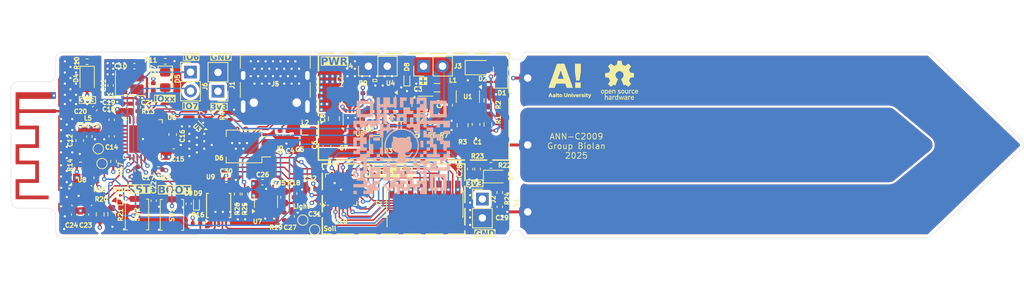
<source format=kicad_pcb>
(kicad_pcb (version 20241229) (generator "pcbnew") (generator_version "9.0")
  (layers (0 "F.Cu" signal) (4 "In1.Cu" signal) (6 "In2.Cu" signal) (2 "B.Cu" signal) (13 "F.Paste" user) (15 "B.Paste" user) (5 "F.SilkS" user "F.Silkscreen") (7 "B.SilkS" user "B.Silkscreen") (1 "F.Mask" user) (3 "B.Mask" user) (25 "Edge.Cuts" user))
  (net 0 "")
  (net 1 "Net-(AE1-A)")
  (net 2 "GND")
  (net 3 "/PWR/LOAD")
  (net 4 "+5V")
  (net 5 "+3.3V")
  (net 6 "Net-(D9-A2)")
  (net 7 "Net-(U6-XTAL_N)")
  (net 8 "Net-(C11-Pad2)")
  (net 9 "+3.3VA")
  (net 10 "Net-(U6-LNA_IN)")
  (net 11 "Net-(D10-A2)")
  (net 12 "Net-(D2-K)")
  (net 13 "Net-(D4-K)")
  (net 14 "/Sensors/sensor_cap")
  (net 15 "+BATT")
  (net 16 "Net-(D5-K)")
  (net 17 "Net-(J5-CC1)")
  (net 18 "Net-(Q1-G)")
  (net 19 "Net-(J5-CC2)")
  (net 20 "Net-(J7-Pin_2)")
  (net 21 "Net-(J7-Pin_16)")
  (net 22 "Net-(J7-Pin_4)")
  (net 23 "Net-(J7-Pin_9)")
  (net 24 "Net-(J7-Pin_15)")
  (net 25 "Net-(J7-Pin_8)")
  (net 26 "Net-(J7-Pin_7)")
  (net 27 "Net-(J7-Pin_5)")
  (net 28 "Net-(J7-Pin_1)")
  (net 29 "Net-(J7-Pin_6)")
  (net 30 "Net-(J7-Pin_14)")
  (net 31 "VBUS")
  (net 32 "/PWR/D+")
  (net 33 "/PWR/D-")
  (net 34 "Net-(D1-A)")
  (net 35 "Net-(D1-K)")
  (net 36 "Net-(D6-K)")
  (net 37 "Net-(J7-Pin_10)")
  (net 38 "/PWR/charge")
  (net 39 "/PWR/source")
  (net 40 "/ADC/Soil_cap")
  (net 41 "Net-(J7-Pin_11)")
  (net 42 "/ADC/Light level")
  (net 43 "/ADC/ALERT")
  (net 44 "Net-(J7-Pin_12)")
  (net 45 "/ADC/SCL")
  (net 46 "/ADC/SDA")
  (net 47 "Net-(J7-Pin_3)")
  (net 48 "/ESP_32/DEBUG")
  (net 49 "/ESP_32/Battery_stat")
  (net 50 "/ESP_32/SOIL_PWM")
  (net 51 "/ESP_32/USB_D-")
  (net 52 "/ESP_32/USB_D+")
  (net 53 "/ESP_32/IO_INT")
  (net 54 "/PWR/Buck_ind")
  (net 55 "/PWR/Boost_Ind")
  (net 56 "/PWR/Boost_VD")
  (net 57 "Net-(J6-Pin_2)")
  (net 58 "Net-(J7-Pin_13)")
  (net 59 "Net-(U1-PROG)")
  (net 60 "Net-(U5-PG)")
  (net 61 "Net-(U6-XTAL_P)")
  (net 62 "Net-(U8-SDO)")
  (net 64 "Net-(J6-Pin_1)")
  (net 73 "Net-(U9-AIN2)")
  (net 74 "/Sensors/V_out")
  (net 75 "Net-(D7-K)")
  (net 76 "/ESP_32/BOOS_EN")
  (footprint "Inductor_SMD:L_0805_2012Metric" (layer "F.Cu") (at 142.549998 102.3 180)
    (property "Reference" "L1")
    (property "Value" "1u")
  )
  (footprint "Resistor_SMD:R_0402_1005Metric" (layer "F.Cu") (at 104.4 102.2 -90)
    (property "Reference" "R27")
    (property "Value" "10k")
  )
  (footprint "Resistor_SMD:R_0402_1005Metric" (layer "F.Cu") (at 114.7 106.1 -90)
    (property "Reference" "R4")
    (property "Value" "5.1k")
  )
  (footprint "Capacitor_SMD:C_0402_1005Metric" (layer "F.Cu") (at 147 113.239999 90)
    (property "Reference" "C28")
    (property "Value" "1n")
  )
  (footprint "OptoDevice:Osram_BPW34S-SMD" (layer "F.Cu") (at 116.6 110.2 180)
    (property "Reference" "D6")
    (property "Value" "BPW34-SMD")
  )
  (footprint "Package_DFN_QFN:QFN-32-1EP_5x5mm_P0.5mm_EP3.7x3.7mm" (layer "F.Cu") (at 103 109.2)
    (property "Reference" "U6")
    (property "Value" "ESP32-C3FH4X")
  )
  (footprint "Resistor_SMD:R_0402_1005Metric" (layer "F.Cu") (at 143.199999 107.159999 -90)
    (property "Reference" "R7")
    (property "Value" "100k")
  )
  (footprint "Package_SO:TSSOP-10_3x3mm_P0.5mm" (layer "F.Cu") (at 113.179998 118.1375 90)
    (property "Reference" "U9")
    (property "Value" "ADS1115IDGS")
  )
  (footprint "Resistor_SMD:R_0402_1005Metric" (layer "F.Cu") (at 142.099999 107.159999 90)
    (property "Reference" "R6")
    (property "Value" "570k")
  )
  (footprint "Resistor_SMD:R_0603_1608Metric" (layer "F.Cu") (at 149.4 107.225 90)
    (property "Reference" "R1")
    (property "Value" "1k")
  )
  (footprint "Connector_PinHeader_2.54mm:PinHeader_1x02_P2.54mm_Vertical" (layer "F.Cu") (at 109.4 100.2)
    (property "Reference" "J6")
    (property "Value" "Conn_01x02")
  )
  (footprint "Package_TO_SOT_SMD:TSOT-23-6" (layer "F.Cu") (at 146.7 103.5 -90)
    (property "Reference" "U1")
    (property "Value" "TP4057")
  )
  (footprint "Capacitor_SMD:C_0603_1608Metric" (layer "F.Cu") (at 127.75 110.2 90)
    (property "Reference" "C6")
    (property "Value" "10u")
  )
  (footprint "LED_SMD:LED_0805_2012Metric_Pad1.15x1.40mm_HandSolder" (layer "F.Cu") (at 95.500001 101.275 -90)
    (property "Reference" "D4")
    (property "Value" "LED")
  )
  (footprint "Package_DFN_QFN:Texas_RWU0007A_VQFN-7_2x2mm_P0.5mm" (layer "F.Cu") (at 140.999999 104.55)
    (property "Reference" "U2")
    (property "Value" "TPS61022")
  )
  (footprint "Connector_USB:USB_C_Receptacle_HRO_TYPE-C-31-M-12" (layer "F.Cu") (at 120.8 101.7 180)
    (property "Reference" "J5")
    (property "Value" "USB_C_Receptacle_USB2.0_14P")
  )
  (footprint "Capacitor_SMD:C_0805_2012Metric" (layer "F.Cu") (at 128.674999 106.450006 -90)
    (property "Reference" "C8")
    (property "Value" "22u")
  )
  (footprint "Capacitor_SMD:C_0603_1608Metric" (layer "F.Cu") (at 130.074999 109.050003 180)
    (property "Reference" "C7")
    (property "Value" "10u")
  )
  (footprint "Resistor_SMD:R_0402_1005Metric" (layer "F.Cu") (at 106 98.750001)
    (property "Reference" "R11")
    (property "Value" "1k")
  )
  (footprint "Connector_PinHeader_2.54mm:PinHeader_1x02_P2.54mm_Vertical" (layer "F.Cu") (at 113.090175 102.775 180)
    (property "Reference" "J1")
    (property "Value" "Conn_01x02")
  )
  (footprint "Resistor_SMD:R_0402_1005Metric" (layer "F.Cu") (at 102.3 104.94 90)
    (property "Reference" "R13")
    (property "Value" "10")
  )
  (footprint "Resistor_SMD:R_0402_1005Metric" (layer "F.Cu") (at 99.05 112.2 90)
    (property "Reference" "R17")
    (property "Value" "5.1k")
  )
  (footprint "Connector_PinHeader_2.54mm:PinHeader_1x02_P2.54mm_Vertical" (layer "F.Cu") (at 148.65 117.275)
    (property "Reference" "J2")
    (property "Value" "Conn_01x02")
  )
  (footprint "Capacitor_SMD:C_0402_1005Metric" (layer "F.Cu") (at 98.8 108.855 -90)
    (property "Reference" "C14")
    (property "Value" "100n")
  )
  (footprint "Resistor_SMD:R_0402_1005Metric" (layer "F.Cu") (at 116.7 116.6 -90)
    (property "Reference" "R25")
    (property "Value" "100k")
  )
  (footprint "Project_Library:Moisture_sensor_pads" (layer "F.Cu") (at 153.75 122.5 90)
    (property "Reference" "S1")
    (property "Value" "~")
  )
  (footprint "Capacitor_SMD:C_0402_1005Metric" (layer "F.Cu") (at 100.3 104.93 90)
    (property "Reference" "C19")
    (property "Value" "100n")
  )
  (footprint "RF_Antenna:Texas_SWRA117D_2.4GHz_Left" (layer "F.Cu") (at 91.025 105.45 90)
    (property "Reference" "AE1" (hide yes))
    (property "Value" "Antenna_Shield")
  )
  (footprint "Capacitor_SMD:C_0402_1005Metric" (layer "F.Cu") (at 119.07 115.012499)
    (property "Reference" "C26")
    (property "Value" "100n")
  )
  (footprint "Package_TO_SOT_SMD:SOT-23" (layer "F.Cu") (at 137.349999 108.4)
    (property "Reference" "Q1")
    (property "Value" "AO3401A")
  )
  (footprint "silkscreen-pictures:aalto" (layer "F.Cu") (at 160.4 101.4)
    (property "Reference" "G***" (hide yes))
    (property "Value" "LOGO" (hide yes))
  )
  (footprint "Button_Switch_SMD:SW_Push_SPST_NO_Alps_SKRK" (layer "F.Cu") (at 106.9 119.4 -90)
    (property "Reference" "SW1")
    (property "Value" "Boot")
  )
  (footprint "Resistor_SMD:R_0402_1005Metric" (layer "F.Cu") (at 132.574998 103.550002 90)
    (property "Reference" "R9")
    (property "Value" "100k")
  )
  (footprint "TestPoint:TestPoint_Pad_D1.0mm" (layer "F.Cu") (at 97 110.5 90)
    (property "Reference" "TP1" (hide yes))
    (property "Value" "TestPoint")
  )
  (footprint "Resistor_SMD:R_0402_1005Metric" (layer "F.Cu") (at 94.6 112.7)
    (property "Reference" "R14")
    (property "Value" "4.7k")
  )
  (footprint "Package_TO_SOT_SMD:SOT-666" (layer "F.Cu") (at 111.6 106.5 135)
    (property "Reference" "U3")
    (property "Value" "USBLC6-2P6")
  )
  (footprint "Capacitor_SMD:C_0402_1005Metric" (layer "F.Cu") (at 98.8 106.605 90)
    (property "Reference" "C18")
    (property "Value" "2.2p")
  )
  (footprint "Capacitor_SMD:C_0603_1608Metric" (layer "F.Cu") (at 147.8 107.225 -90)
    (property "Reference" "C1")
    (property "Value" "10u")
  )
  (footprint "Diode_SMD:D_SOD-323" (layer "F.Cu") (at 134.324999 110.350001 -90)
    (property "Reference" "D3")
    (property "Value" "BAT60A")
  )
  (footprint "Capacitor_SMD:C_0402_1005Metric" (layer "F.Cu") (at 98.65 102 -90)
    (property "Reference" "C11")
    (property "Value" "22p")
  )
  (footprint "Capacitor_SMD:C_0402_1005Metric" (layer "F.Cu") (at 124.1 109.5 180)
    (property "Reference" "C5")
    (property "Value" "100n")
  )
  (footprint "Capacitor_SMD:C_0402_1005Metric" (layer "F.Cu") (at 101.85 99.4)
    (property "Reference" "C10")
    (property "Value" "22p")
  )
  (footprint "Capacitor_SMD:C_0402_1005Metric" (layer "F.Cu") (at 93.75 119.35 -90)
    (property "Reference" "C24")
    (property "Value" "100n")
  )
  (footprint "Capacitor_SMD:C_0402_1005Metric" (layer "F.Cu") (at 109.15 117.9 90)
    (property "Reference" "C9")
    (property "Value" "100n")
  )
  (footprint "Capacitor_SMD:C_0402_1005Metric" (layer "F.Cu") (at 125.70625 115.95 180)
    (property "Reference" "C32")
    (property "Value" "100n")
  )
  (footprint "Capacitor_SMD:C_0402_1005Metric" (layer "F.Cu") (at 101.3 104.93 90)
    (property "Reference" "C21")
    (property "Value" "100n")
  )
  (footprint "Button_Switch_SMD:SW_Push_SPST_NO_Alps_SKRK" (layer "F.Cu") (at 102.2 119.35 -90)
    (property "Reference" "SW2")
    (property "Value" "Reset")
  )
  (footprint "TestPoint:TestPoint_Pad_D1.0mm" (layer "F.Cu") (at 124.5 120.1)
    (property "Reference" "TP3" (hide yes))
    (property "Value" "TestPoint")
  )
  (footprint "Diode_SMD:D_SOD-923" (layer "F.Cu") (at 138.5 101.2 90)
    (property "Reference" "D8")
    (property "Value" "ESD9B5.0ST5G")
  )
  (footprint "TestPoint:TestPoint_Pad_D1.0mm" (layer "F.Cu") (at 97.5 112.5 90)
    (property "Reference" "TP2" (hide yes))
    (property "Value" "TestPoint")
  )
  (footprint "Diode_SMD:D_SOD-923" (layer "F.Cu") (at 110.2 117.9 90)
    (property "Reference" "D9")
    (property "Value" "ESD9B5.0ST5G")
  )
  (footprint "Capacitor_SMD:C_0402_1005Metric" (layer "F.Cu") (at 114.2 114.7)
    (property "Reference" "C30")
    (property "Value" "100n")
  )
  (footprint "Inductor_SMD:L_0805_2012Metric" (layer "F.Cu") (at 124.8 108.1)
    (property "Reference" "L2")
    (property "Value" "1u")
  )
  (footprint "Capacitor_SMD:C_0402_1005Metric" (layer "F.Cu") (at 104.45 117.5 -90)
    (property "Reference" "C22")
    (property "Value" "100n")
  )
  (footprint "Diode_SMD:D_SOD-323F" (layer "F.Cu") (at 150.399997 114.25)
    (property "Reference" "D7")
    (property "Value" "BAT54J")
  )
  (footprint "Package_SON:WSON-8-1EP_2x2mm_P0.5mm_EP0.9x1.6mm_ThermalVias" (layer "F.Cu") (at 131.074999 106.350002 90)
    (property "Reference" "U5")
    (property "Value" "TPS62172DSG")
  )
  (footprint "Resistor_SMD:R_0402_1005Metric" (layer "F.Cu") (at 147.999999 113.239999 90)
    (property "Reference" "R23")
    (property "Value" "1M")
  )
  (footprint "Resistor_SMD:R_0603_1608Metric" (layer "F.Cu") (at 97.25 119.325 90)
    (property "Reference" "R20")
    (property "Value" "0")
  )
  (footprint "Package_LGA:Bosch_LGA-8_2.5x2.5mm_P0.65mm_ClockwisePinNumbering" (layer "F.Cu") (at 94.775 116.825)
    (property "Reference" "U8")
    (property "Value" "BME280")
  )
  (footprint "Capacitor_SMD:C_0402_1005Metric" (layer "F.Cu") (at 95.35 119.35 -90)
    (property "Reference" "C23")
    (property "Value" "100n")
  )
  (footprint "Package_DFN_QFN:WQFN-24-1EP_4x4mm_P0.5mm_EP2.45x2.45mm" (layer "F.Cu") (at 129.65625 116 90)
    (property "Reference" "U10")
    (property "Value" "TCA9555RTWR")
  )
  (footprint "Capacitor_SMD:C_0402_1005Metric" (layer "F.Cu") (at 102.3 113.45 -90)
    (property "Reference" "C17")
    (property "Value" "100n")
  )
  (footprint "Capacitor_SMD:C_0402_1005Metric" (layer "F.Cu") (at 122.492502 108.5843 -90)
    (property "Reference" "C4")
    (property "Value" "100n")
  )
  (footprint "Resistor_SMD:R_0402_1005Metric" (layer "F.Cu") (at 95.490001 98.799999 180)
    (property "Reference" "R10")
    (property "Value" "1k")
  )
  (footprint "Resistor_SMD:R_0402_1005Metric" (layer "F.Cu") (at 123.320003 116.512501 -90)
    (property "Reference" "R18")
    (property "Value" "33k")
  )
  (footprint "TestPoint:TestPoint_Pad_D1.0mm" (layer "F.Cu") (at 126.1 121.4)
    (property "Reference" "TP4" (hide yes))
    (property "Value" "TestPoint")
  )
  (footprint "Resistor_SMD:R_0402_1005Metric" (layer "F.Cu") (at 96.8 114.4 90)
    (property "Reference" "R15")
    (property "Value" "4.7k")
  )
  (footprint "Capacitor_SMD:C_0603_1608Metric" (layer "F.Cu") (at 94.5 109.4 -90)
    (property "Reference" "C12")
    (property "Value" "10u")
  )
  (footprint "Package_TO_SOT_SMD:TSOT-23-6" (layer "F.Cu") (at 135.374999 104.25 -90)
    (property "Reference" "U4")
    (property "Value" "LTC4412xS6")
  )
  (footprint "Resistor_SMD:R_0402_1005Metric" (layer "F.Cu") (at 151 116.4 90)
    (property "Reference" "R24")
    (property "Value" "500")
  )
  (footprint "Package_TO_SOT_SMD:SOT-23-5" (layer "F.Cu") (at 119.550001 117.6125 90)
    (property "Reference" "U7")
    (property "Value" "OPA340NA")
  )
  (footprint "Resistor_SMD:R_0402_1005Metric" (layer "F.Cu") (at 105.1 113.3 180)
    (property "Reference" "R12")
    (property "Value" "5.1k")
  )
  (footprint "Capacitor_SMD:C_0402_1005Metric" (layer "F.Cu") (at 126.50625 117.95 -90)
    (property "Reference" "C31")
    (property "Value" "100n")
  )
  (footprint "Inductor_SMD:L_1008_2520Metric" (layer "F.Cu") (at 129.674999 103.25 180)
    (property "Reference" "L3")
    (property "Value" "2.2u")
  )
  (footprint "Connector_PinHeader_1.27mm:PinHeader_2x08_P1.27mm_Vertical_SMD" (layer "F.Cu") (at 140.905 117.95 90)
    (property "Reference" "J7")
    (property "Value" "Conn_02x08_Counter_Clockwise")
  )
  (footprint "LED_SMD:LED_0805_2012Metric_Pad1.15x1.40mm_HandSolder" (layer "F.Cu") (at 148.2 99.6)
    (property "Reference" "D2")
    (property "Value" "LED")
  )
  (footprint "Diode_SMD:D_SOD-923" (layer "F.Cu") (at 99.9 117.2 90)
    (property "Reference" "D10")
    (property "Value" "ESD9B5.0ST5G")
  )
  (footprint "Capacitor_SMD:C_0402_1005Metric" (layer "F.Cu") (at 96.532287 105.075179 45)
    (property "Reference" "C20")
    (property "Value" "2.2p")
  )
  (footprint "Capacitor_SMD:C_0402_1005Metric" (layer "F.Cu") (at 151 118.32 -90)
    (property "Reference" "C29")
    (property "Value" "100n")
  )
  (footprint "Resistor_SMD:R_0402_1005Metric" (layer "F.Cu") (at 115.7 116.6 90)
    (property "Reference" "R26")
    (property "Value" "100k")
  )
  (footprint "Resistor_SMD:R_0603_1608Metric" (layer "F.Cu") (at 149.4 104 -90)
    (property "Reference" "R2")
    (property "Value" "5.1k")
  )
  (footprint "Capacitor_SMD:C_0603_1608Metric" (layer "F.Cu") (at 144.099999 104.65 -90)
    (property "Reference" "C2")
    (property "Value" "10u")
  )
  (footprint "Resistor_SMD:R_0402_1005Metric" (layer "F.Cu") (at 133.9 106.9)
    (property "Reference" "R8")
    (property "Value" "470k")
  )
  (footprint "Resistor_SMD:R_0402_1005Metric" (layer "F.Cu") (at 122 119.6 -90)
    (property "Reference" "R19")
    (property "Value" "500")
  )
  (footprint "Connector_PinHeader_2.54mm:PinHeader_1x02_P2.54mm_Vertical" (layer "F.Cu") (at 140.75 99.4 90)
    (property "Reference" "J3")
    (property "Value" "Conn_01x02")
  )
  (footprint "Capacitor_SMD:C_0805_2012Metric" (layer "F.Cu") (at 138.449999 104.6 90)
    (property "Reference" "C3")
    (property "Value" "22u")
  )
  (footprint "Resistor_SMD:R_0402_1005Metric" (layer "F.Cu") (at 121.452502 108.6043 90)
    (property "Reference" "R5")
    (property "Value" "5.1k")
  )
  (footprint "Resistor_SMD:R_0805_2012Metric" (layer "F.Cu") (at 146 107.35 -90)
    (property "Reference" "R3")
    (property "Value" "0.3")
  )
  (footprint "Capacitor_SMD:C_0402_1005Metric" (layer "F.Cu") (at 123 119.6 90)
    (property "Reference" "C27")
    (property "Value" "100n")
  )
  (footprint "Crystal:Crystal_SMD_3225-4Pin_3.2x2.5mm" (layer "F.Cu") (at 101.3 101.7)
    (property "Reference" "Y1")
    (property "Value" "40MHz")
  )
  (footprint "Resistor_SMD:R_0402_1005Metric" (layer "F.Cu") (at 110.2 120.6)
    (property "Reference" "R16")
    (property "Value" "4.7k")
  )
  (footprint "LOGO" (layer "F.Cu") (at 167.1 101.3)
    (property "Reference" "G***" (hide yes))
    (property "Value" "LOGO" (hide yes))
  )
  (footprint "Inductor_SMD:L_0402_1005Metric" (layer "F.Cu") (at 97.25 106.5 -45)
    (property "Reference" "L5")
    (property "Value" "2.6n")
  )
  (footprint "Connector_PinHeader_2.54mm:PinHeader_1x02_P2.54mm_Vertical" (layer "F.Cu") (at 133.325 99.4 90)
    (property "Reference" "J4")
    (property "Value" "Conn_01x02")
  )
  (footprint "Capacitor_SMD:C_0402_1005Metric" (layer "F.Cu") (at 95.8 108.855 -90)
    (property "Reference" "C13")
    (property "Value" "100n")
  )
  (footprint "Resistor_SMD:R_0603_1608Metric" (layer "F.Cu") (at 98.8 119.3 -90)
    (property "Reference" "R21")
    (property "Value" "0")
  )
  (footprint "Resistor_SMD:R_0402_1005Metric" (layer "F.Cu") (at 149.8 112.749999)
    (property "Reference" "R22")
    (property "Value" "10k")
  )
  (footprint "Inductor_SMD:L_0402_1005Metric" (layer "F.Cu") (at 97.3 108.415 180)
    (property "Reference" "L4")
    (property "Value" "2.2n")
  )
  (footprint "LED_SMD:LED_0805_2012Metric_Pad1.15x1.40mm_HandSolder" (layer "F.Cu") (at 151.1 100.5 90)
    (property "Reference" "D1")
    (property "Value" "LED")
  )
  (footprint "Capacitor_SMD:C_0603_1608Metric" (layer "F.Cu") (at 107 108.6 90)
    (property "Reference" "C16")
    (property "Value" "10u")
  )
  (footprint "LED_SMD:LED_0805_2012Metric_Pad1.15x1.40mm_HandSolder" (layer "F.Cu") (at 106 101.25 -90)
    (property "Reference" "D5")
    (property "Value" "LED")
  )
  (footprint "Capacitor_SMD:C_0402_1005Metric" (layer "F.Cu") (at 107.15 110.875)
    (property "Reference" "C15")
    (property "Value" "100n")
  )
  (footprint "Capacitor_SMD:C_0603_1608Metric" (layer "F.Cu") (at 122.050001 117.037499 -90)
    (property "Reference" "C25")
    (property "Value" "500n")
  )
  (footprint "LOGO" (layer "B.Cu") (at 137.8 110.1 180)
    (property "Reference" "G***" (hide yes))
    (property "Value" "LOGO" (hide yes))
  )
  (gr_rect (start 126.6 97.7) (end 152.25 112.03) (stroke (width 0.2) (type dash)) (fill no) (layer "F.SilkS"))
  (gr_rect (start 127.125 112.55) (end 146.3 122) (stroke (width 0.2) (type dash)) (fill no) (layer "F.SilkS"))
  (gr_arc (start 91.25 98.5) (mid 91.542893 97.792893) (end 92.25 97.5) (stroke (width 0.05)) (layer "Edge.Cuts"))
  (gr_arc (start 86.25 118.5) (mid 85.542893 118.207107) (end 85.25 117.5) (stroke (width 0.05)) (layer "Edge.Cuts"))
  (gr_line (start 126.5 97.5) (end 115.1 97.5) (stroke (width 0.05)) (layer "Edge.Cuts"))
  (gr_arc (start 92.25 122.5) (mid 91.542893 122.207107) (end 91.25 121.5) (stroke (width 0.05)) (layer "Edge.Cuts"))
  (gr_arc (start 154.25 97.5) (mid 153.25 98.5) (end 152.25 97.5) (stroke (width 0.05)) (layer "Edge.Cuts"))
  (gr_arc (start 90.25 118.5) (mid 90.957107 118.792893) (end 91.25 119.5) (stroke (width 0.05)) (layer "Edge.Cuts"))
  (gr_line (start 115.1 97.5) (end 92.25 97.5) (stroke (width 0.05)) (layer "Edge.Cuts"))
  (gr_line (start 90.25 101.5) (end 86.25 101.5) (stroke (width 0.05)) (layer "Edge.Cuts"))
  (gr_line (start 91.25 98.5) (end 91.25 100.5) (stroke (width 0.05)) (layer "Edge.Cuts"))
  (gr_line (start 221.249999 110.499999) (end 208.75 122.5) (stroke (width 0.05)) (layer "Edge.Cuts"))
  (gr_line (start 145 122.5) (end 136.75 122.5) (stroke (width 0.05)) (layer "Edge.Cuts"))
  (gr_line (start 208.75 97.5) (end 221.249999 109.500001) (stroke (width 0.05)) (layer "Edge.Cuts"))
  (gr_line (start 154.25 97.5) (end 208.75 97.5) (stroke (width 0.05)) (layer "Edge.Cuts"))
  (gr_line (start 90.25 118.5) (end 86.25 118.5) (stroke (width 0.05)) (layer "Edge.Cuts"))
  (gr_arc (start 152.25 122.5) (mid 153.25 121.5) (end 154.25 122.5) (stroke (width 0.05)) (layer "Edge.Cuts"))
  (gr_line (start 126.5 97.5) (end 144 97.5) (stroke (width 0.05)) (layer "Edge.Cuts"))
  (gr_line (start 85.25 102.5) (end 85.25 117.5) (stroke (width 0.05)) (layer "Edge.Cuts"))
  (gr_line (start 145.5 122.5) (end 152.25 122.5) (stroke (width 0.05)) (layer "Edge.Cuts"))
  (gr_line (start 154.25 122.5) (end 208.75 122.5) (stroke (width 0.05)) (layer "Edge.Cuts"))
  (gr_arc (start 221.249999 109.500001) (mid 221.457105 110) (end 221.249999 110.499999) (stroke (width 0.05)) (layer "Edge.Cuts"))
  (gr_arc (start 85.25 102.5) (mid 85.542893 101.792893) (end 86.25 101.5) (stroke (width 0.05)) (layer "Edge.Cuts"))
  (gr_line (start 152.25 97.5) (end 144 97.5) (stroke (width 0.05)) (layer "Edge.Cuts"))
  (gr_line (start 91.25 121.5) (end 91.25 119.5) (stroke (width 0.05)) (layer "Edge.Cuts"))
  (gr_arc (start 91.25 100.5) (mid 90.957107 101.207107) (end 90.25 101.5) (stroke (width 0.05)) (layer "Edge.Cuts"))
  (gr_line (start 145.5 122.5) (end 145 122.5) (stroke (width 0.05)) (layer "Edge.Cuts"))
  (gr_line (start 92.25 122.5) (end 136.75 122.5) (stroke (width 0.05)) (layer "Edge.Cuts"))
  (gr_text "GND" (at 147.6 122.4 0) (layer "F.SilkS" knockout) (effects (font (size 0.8 0.8) (thickness 0.2) (bold yes)) (justify left bottom)))
  (gr_text "BOOT" (at 105 116.7 0) (layer "F.SilkS" knockout) (effects (font (size 1 1) (thickness 0.2) (bold yes)) (justify left bottom)))
  (gr_text "3v3" (at 94.4 104.5 0) (layer "F.SilkS" knockout) (effects (font (size 0.8 0.8) (thickness 0.2) (bold yes)) (justify left bottom)))
  (gr_text "IOxx" (at 104.5 104.3 0) (layer "F.SilkS" knockout) (effects (font (size 0.8 0.8) (thickness 0.2) (bold yes)) (justify left bottom)))
  (gr_text "-" (at 133.9 101.9 0) (layer "F.SilkS" knockout) (effects (font (size 1 1) (thickness 0.2) (bold yes)) (justify left bottom)))
  (gr_text "ANN-C2009\nGroup Biolan\n2025" (at 161.3 111.9 0) (layer "F.SilkS") (effects (font (size 0.8 0.8) (thickness 0.1)) (justify bottom)))
  (gr_text "RST" (at 100.9 116.6 0) (layer "F.SilkS" knockout) (effects (font (size 1 1) (thickness 0.2) (bold yes)) (justify left bottom)))
  (gr_text "IO6" (at 108.4 98.7 0) (layer "F.SilkS" knockout) (effects (font (size 0.8 0.8) (thickness 0.2) (bold yes)) (justify left bottom)))
  (gr_text "Light" (at 123.1 118.6 0) (layer "F.SilkS") (effects (font (size 0.6 0.6) (thickness 0.15) (bold yes)) (justify left bottom)))
  (gr_text "PWR" (at 126.9 99.4 0) (layer "F.SilkS" knockout) (effects (font (size 1 1) (thickness 0.2) (bold yes)) (justify left bottom)))
  (gr_text "Soil" (at 127.2 121.6 0) (layer "F.SilkS") (effects (font (size 0.6 0.6) (thickness 0.15) (bold yes)) (justify left bottom)))
  (gr_text "GND" (at 112.1 98.7 0) (layer "F.SilkS" knockout) (effects (font (size 0.8 0.8) (thickness 0.2) (bold yes)) (justify left bottom)))
  (gr_text "LED, I/O" (at 133 114.25 0) (layer "F.SilkS" knockout) (effects (font (size 1 1) (thickness 0.2) (bold yes)) (justify left bottom)))
  (gr_text "3v3" (at 146.5 115.7 0) (layer "F.SilkS" knockout) (effects (font (size 0.8 0.8) (thickness 0.2) (bold yes)) (justify left bottom)))
  (gr_text "IO7" (at 108.3 105.3 0) (layer "F.SilkS" knockout) (effects (font (size 0.8 0.8) (thickness 0.2) (bold yes)) (justify left bottom)))
  (gr_text "3v3" (at 112.1 105.4 0) (layer "F.SilkS" knockout) (effects (font (size 0.8 0.8) (thickness 0.2) (bold yes)) (justify left bottom)))
  (gr_text "+" (at 140.1 102 0) (layer "F.SilkS" knockout) (effects (font (size 1 1) (thickness 0.2) (bold yes)) (justify left bottom)))
  (segment (start 91.025 105.45) (end 96.18575 105.45) (width 0.32) (layer "F.Cu") (net 1))
  (segment (start 96.192875 105.442875) (end 96.192873 105.414592) (width 0.3) (layer "F.Cu") (net 1))
  (segment (start 96.18575 105.45) (end 96.192875 105.442875) (width 0.2) (layer "F.Cu") (net 1))
  (segment (start 96.907053 106.157053) (end 96.192875 105.442875) (width 0.32) (layer "F.Cu") (net 1))
  (segment (start 111.1 107) (end 111.3 106.8) (width 0.3) (layer "F.Cu") (net 2))
  (segment (start 111.3 106.8) (end 111.9 106.8) (width 0.3) (layer "F.Cu") (net 2))
  (segment (start 94.45 116.95) (end 94.35 116.85) (width 0.3) (layer "F.Cu") (net 2))
  (segment (start 108.1 110.405) (end 107.63 110.875) (width 0.3) (layer "F.Cu") (net 2))
  (segment (start 115.625 117.875) (end 115.7 117.8) (width 0.2) (layer "F.Cu") (net 2))
  (segment (start 104.48 118.3) (end 104.45 118.27) (width 0.2) (layer "F.Cu") (net 2))
  (segment (start 147.8 108) (end 147.8 109.1) (width 0.3) (layer "F.Cu") (net 2))
  (segment (start 150.5 103.2) (end 149.425 103.2) (width 0.3) (layer "F.Cu") (net 2))
  (segment (start 96.871699 104.735767) (end 97.41617 104.191296) (width 0.3) (layer "F.Cu") (net 2))
  (segment (start 152.8 101) (end 154.75 101) (width 0.4) (layer "F.Cu") (net 2))
  (segment (start 97.89629 109.335) (end 98.8 109.335) (width 0.3) (layer "F.Cu") (net 2))
  (segment (start 101.3 101) (end 101.1 100.8) (width 0.2) (layer "F.Cu") (net 2))
  (segment (start 111.9 106.8) (end 112.254074 107.154074) (width 0.3) (layer "F.Cu") (net 2))
  (segment (start 122.492502 109.0643) (end 122.352502 109.0643) (width 0.2) (layer "F.Cu") (net 2))
  (segment (start 154.75 119) (end 152 119) (width 0.4) (layer "F.Cu") (net 2))
  (segment (start 128.40625 114.0625) (end 128.40625 114.75) (width 0.2) (layer "F.Cu") (net 2))
  (segment (start 127.5625 114.0625) (end 127.5 114) (width 0.2) (layer "F.Cu") (net 2))
  (segment (start 98.8 120.125) (end 98.8 120.9) (width 0.3) (layer "F.Cu") (net 2))
  (segment (start 127.5 114) (end 127.5 113.5) (width 0.2) (layer "F.Cu") (net 2))
  (segment (start 151 119.3) (end 151.3 119.6) (width 0.3) (layer "F.Cu") (net 2))
  (segment (start 151 118.8) (end 151 119.3) (width 0.3) (layer "F.Cu") (net 2))
  (segment (start 102.4 102.55) (end 101.65 102.55) (width 0.2) (layer "F.Cu") (net 2))
  (segment (start 101.3 102.2) (end 101.3 101) (width 0.2) (layer "F.Cu") (net 2))
  (segment (start 102.4 103.2) (end 102.4 102.55) (width 0.3) (layer "F.Cu") (net 2))
  (segment (start 128.778125 115.121875) (end 129.65625 116) (width 0.2) (layer "F.Cu") (net 2))
  (segment (start 96.433134 109.335) (end 95.8 109.335) (width 0.3) (layer "F.Cu") (net 2))
  (segment (start 106.51 98.749999) (end 107.225 98.75) (width 0.3) (layer "F.Cu") (net 2))
  (segment (start 93.15 115.8) (end 93.799999 115.8) (width 0.3) (layer "F.Cu") (net 2))
  (segment (start 131.59375 116.25) (end 129.90625 116.25) (width 0.2) (layer "F.Cu") (net 2))
  (segment (start 127.5 113.5) (end 127.25 113.25) (width 0.2) (layer "F.Cu") (net 2))
  (segment (start 102.9 103.7) (end 102.4 103.2) (width 0.3) (layer "F.Cu") (net 2))
  (segment (start 100.6 100.85) (end 100.2 100.85) (width 0.3) (layer "F.Cu") (net 2))
  (segment (start 123 119.12) (end 123.78 119.12) (width 0.3) (layer "F.Cu") (net 2))
  (segment (start 104.45 118.27) (end 104.45 117.98) (width 0.2) (layer "F.Cu") (net 2))
  (segment (start 115.7 117.8) (end 115.7 117.109999) (width 0.2) (layer "F.Cu") (net 2))
  (segment (start 97.796289 109.234999) (end 97.89629 109.335) (width 0.3) (layer "F.Cu") (net 2))
  (segment (start 124.062502 105.9593) (end 124.217502 105.9593) (width 0.5) (layer "F.Cu") (net 2))
  (segment (start 123.78 119.12) (end 123.8 119.1) (width 0.3) (layer "F.Cu") (net 2))
  (segment (start 135.374999 103.1125) (end 134.425 103.1125) (width 0.4) (layer "F.Cu") (net 2))
  (segment (start 117.55 105.745) (end 117.395 105.745) (width 0.5) (layer "F.Cu") (net 2))
  (segment (start 131.825001 105.400002) (end 131.824999 107.300005) (width 0.2) (layer "F.Cu") (net 2))
  (segment (start 117.395 105.745) (end 116.48 104.83) (width 0.5) (layer "F.Cu") (net 2))
  (segment (start 105.25 121.5) (end 105.149999 121.4) (width 0.3) (layer "F.Cu") (net 2))
  (segment (start 139.649999 104) (end 139.3 103.650001) (width 0.2) (layer "F.Cu") (net 2))
  (segment (start 98.8 106.125) (end 98.8 105.8) (width 0.2) (layer "F.Cu") (net 2))
  (segment (start 114.68 114.7) (end 115.5 114.7) (width 0.3) (layer "F.Cu") (net 2))
  (segment (start 102.4 102.55) (end 102.3 102.55) (width 0.3) (layer "F.Cu") (net 2))
  (segment (start 107.925 107.825) (end 108.25 107.5) (width 0.3) (layer "F.Cu") (net 2))
  (segment (start 115.25 105.25) (end 114.909999 105.590001) (width 0.3) (layer "F.Cu") (net 2))
  (segment (start 139.3 103.650001) (end 138.449999 103.650001) (width 0.2) (layer "F.Cu") (net 2))
  (segment (start 109.21 118.32) (end 109.15 118.38) (width 0.2) (layer "F.Cu") (net 2))
  (segment (start 149.425 103.2) (end 149.4 103.175) (width 0.3) (layer "F.Cu") (net 2))
  (segment (start 101.1 100.8) (end 100.25 100.8) (width 0.2) (layer "F.Cu") (net 2))
  (segment (start 141.974998 104.3) (end 142.224999 104.3) (width 0.2) (layer "F.Cu") (net 2))
  (segment (start 107 107.825) (end 107.925 107.825) (width 0.3) (layer "F.Cu") (net 2))
  (segment (start 105.175 118.3) (end 104.48 118.3) (width 0.2) (layer "F.Cu") (net 2))
  (segment (start 107.225 98.75) (end 107.249999 98.724999) (width 0.3) (layer "F.Cu") (net 2))
  (segment (start 113.55 110.2) (end 113.25 109.9) (width 0.3) (layer "F.Cu") (net 2))
  (segment (start 130.324999 107.300002) (end 128.674999 107.300005) (width 0.3) (layer "F.Cu") (net 2))
  (segment (start 102.2 121.45) (end 100.55 121.45) (width 0.3) (layer "F.Cu") (net 2))
  (segment (start 94.45 117.85) (end 94.45 116.95) (width 0.3) (layer "F.Cu") (net 2))
  (segment (start 109.15 118.38) (end 108.395 118.38) (width 0.3) (layer "F.Cu") (net 2))
  (segment (start 128.40625 114.75) (end 128.778125 115.121875) (width 0.2) (layer "F.Cu") (net 2))
  (segment (start 108.395 118.38) (end 108.375 118.4) (width 0.3) (layer "F.Cu") (net 2))
  (segment (start 124.45 115.95) (end 125.22625 115.95) (width 0.2) (layer "F.Cu") (net 2))
  (segment (start 116.492502 105.492502) (end 116.492502 105.0443) (width 0.2) (layer "F.Cu") (net 2))
  (segment (start 98.8 120.9) (end 98.9 121) (width 0.3) (layer "F.Cu") (net 2))
  (segment (start 114.909999 105.590001) (end 114.7 105.590001) (width 0.3) (layer "F.Cu") (net 2))
  (segment (start 146.7 101.3) (end 146.7 102.3625) (width 0.3) (layer "F.Cu") (net 2))
  (segment (start 94.5 110.175) (end 94.5 111.2) (width 0.2) (layer "F.Cu") (net 2))
  (segment (start 152.75 101) (end 152.8 101) (width 0.4) (layer "F.Cu") (net 2))
  (segment (start 110.2 118.32) (end 109.21 118.32) (width 0.2) (layer "F.Cu") (net 2))
  (segment (start 142.224999 104.3) (end 143.349999 105.425) (width 0.2) (layer "F.Cu") (net 2))
  (segment (start 143.349999 105.425) (end 144.099999 105.425001) (width 0.2) (layer "F.Cu") (net 2))
  (segment (start 93.1 115.85) (end 93.15 115.8) (width 0.3) (layer "F.Cu") (net 2))
  (segment (start 128.40625 114.0625) (end 127.5625 114.0625) (width 0.2) (layer "F.Cu") (net 2))
  (segment (start 126.50625 118.43) (end 126.50625 119.29375) (width 0.2) (layer "F.Cu") (net 2))
  (segment (start 106.9 121.5) (end 105.25 121.5) (width 0.3) (layer "F.Cu") (net 2))
  (segment (start 124.4 116) (end 124.45 115.95) (width 0.2) (layer "F.Cu") (net 2))
  (segment (start 101.65 102.55) (end 101.3 102.2) (width 0.2) (layer "F.Cu") (net 2))
  (segment (start 100.55 121.45) (end 100.45 121.35) (width 0.3) (layer "F.Cu") (net 2))
  (segment (start 98.9 121) (end 99 121.1) (width 0.3) (layer "F.Cu") (net 2))
  (segment (start 126.50625 119.29375) (end 126.5 119.3) (width 0.2) (layer "F.Cu") (net 2))
  (segment (start 113.25 109.9) (end 112.35 109.9) (width 0.3) (layer "F.Cu") (net 2))
  (segment (start 100.2 100.85) (end 99.8 100.45) (width 0.3) (layer "F.Cu") (net 2))
  (segment (start 96.544845 109.223289) (end 96.433134 109.335) (width 0.3) (layer "F.Cu") (net 2))
  (segment (start 127.718751 116.75) (end 128.90625 116.75) (width 0.2) (layer "F.Cu") (net 2))
  (segment (start 124.217502 105.9593) (end 125.132502 105.0443) (width 0.5) (layer "F.Cu") (net 2))
  (segment (start 140.375 104) (end 139.649999 104) (width 0.2) (layer "F.Cu") (net 2))
  (segment (start 112.35 109.9) (end 112.25 110) (width 0.3) (layer "F.Cu") (net 2))
  (segment (start 100.25 100.8) (end 100.2 100.85) (width 0.2) (layer "F.Cu") (net 2))
  (segment (start 98.8 105.8) (end 98.5 105.5) (width 0.2) (layer "F.Cu") (net 2))
  (via (at 92 106.5) (size 0.6) (drill 0.3) (layers "F.Cu" "B.Cu") (net 2))
  (via (at 120 101.75) (size 0.6) (drill 0.3) (layers "F.Cu" "B.Cu") (net 2))
  (via (at 99.75 99) (size 0.6) (drill 0.3) (layers "F.Cu" "B.Cu") (net 2))
  (via (at 94 98.75) (size 0.6) (drill 0.3) (layers "F.Cu" "B.Cu") (net 2))
  (via (at 109.25 107.5) (size 0.6) (drill 0.3) (layers "F.Cu" "B.Cu") (net 2))
  (via (at 111.25 108.5) (size 0.6) (drill 0.3) (layers "F.Cu" "B.Cu") (net 2))
  (via (at 135.25 102) (size 0.6) (drill 0.3) (layers "F.Cu" "B.Cu") (net 2))
  (via (at 123.8 119.1) (size 0.6) (drill 0.3) (layers "F.Cu" "B.Cu") (net 2))
  (via (at 128.778125 115.121875) (size 0.6) (drill 0.3) (layers "F.Cu" "B.Cu") (net 2))
  (via (at 94.35 116.85) (size 0.6) (drill 0.3) (layers "F.Cu" "B.Cu") (net 2))
  (via (at 116.5 110.5) (size 0.6) (drill 0.3) (layers "F.Cu" "B.Cu") (net 2))
  (via (at 118 101.75) (size 0.6) (drill 0.3) (layers "F.Cu" "B.Cu") (net 2))
  (via (at 126.5 119.3) (size 0.6) (drill 0.3) (layers "F.Cu" "B.Cu") (net 2))
  (via (at 92.75 115) (size 0.6) (drill 0.3) (layers "F.Cu" "B.Cu") (net 2))
  (via (at 127 107) (size 0.6) (drill 0.3) (layers "F.Cu" "B.Cu") (net 2))
  (via (at 132.5 100.75) (size 0.6) (drill 0.3) (layers "F.Cu" "B.Cu") (net 2))
  (via (at 119.570002 115.902449) (size 0.6) (drill 0.3) (layers "F.Cu" "B.Cu") (net 2))
  (via (at 110.25 111) (size 0.6) (drill 0.3) (layers "F.Cu" "B.Cu") (net 2))
  (via (at 99 99) (size 0.6) (drill 0.3) (layers "F.Cu" "B.Cu") (net 2))
  (via (at 110.25 110) (size 0.6) (drill 0.3) (layers "F.Cu" "B.Cu") (net 2))
  (via (at 92.75 110.25) (size 0.6) (drill 0.3) (layers "F.Cu" "B.Cu") (net 2))
  (via (at 131.5 99.75) (size 0.6) (drill 0.3) (layers "F.Cu" "B.Cu") (net 2))
  (via (at 120 99.75) (size 0.6) (drill 0.3) (layers "F.Cu" "B.Cu") (net 2))
  (via (at 116 109.75) (size 0.6) (drill 0.3) (layers "F.Cu" "B.Cu") (net 2))
  (via (at 92 108) (size 0.6) (drill 0.3) (layers "F.Cu" "B.Cu") (net 2))
  (via (at 99.55 104.2) (size 0.6) (drill 0.3) (layers "F.Cu" "B.Cu") (net 2))
  (via (at 98.25 99) (size 0.6) (drill 0.3) (layers "F.Cu" "B.Cu") (net 2))
  (via (at 92.75 107.25) (size 0.6) (drill 0.3) (layers "F.Cu" "B.Cu") (net 2))
  (via (at 95.5 104.5) (size 0.6) (drill 0.3) (layers "F.Cu" "B.Cu") (net 2))
  (via (at 117 109.75) (size 0.6) (drill 0.3) (layers "F.Cu" "B.Cu") (net 2))
  (via (at 103 109.2) (size 0.6) (drill 0.3) (layers "F.Cu" "B.Cu") (net 2))
  (via (at 119.450001 119.9) (size 0.6) (drill 0.3) (layers "F.Cu" "B.Cu") (net 2))
  (via (at 92.5 98.75) (size 0.6) (drill 0.3) (layers "F.Cu" "B.Cu") (net 2))
  (via (at 127.25 113.25) (size 0.6) (drill 0.3) (layers "F.Cu" "B.Cu") (net 2))
  (via (at 115.25 105.25) (size 0.6) (drill 0.3) (layers "F.Cu" "B.Cu") (net 2))
  (via (at 147 120.75) (size 0.6) (drill 0.3) (layers "F.Cu" "B.Cu") (net 2))
  (via (at 121 99.75) (size 0.6) (drill 0.3) (layers "F.Cu" "B.Cu") (net 2))
  (via (at 93.25 104) (size 0.6) (drill 0.3) (layers "F.Cu" "B.Cu") (net 2))
  (via (at 138.512499 102.75) (size 0.6) (drill 0.3) (layers "F.Cu" "B.Cu") (net 2))
  (via (at 100.5 99) (size 0.6) (drill 0.3) (layers "F.Cu" "B.Cu") (net 2))
  (via (at 93.25 102.5) (size 0.6) (drill 0.3) (layers "F.Cu" "B.Cu") (net 2))
  (via (at 122.3 109.8) (size 0.6) (drill 0.3) (layers "F.Cu" "B.Cu") (net 2))
  (via (at 130.5 100.75) (size 0.6) (drill 0.3) (layers "F.Cu" "B.Cu") (net 2))
  (via (at 151.3 119.6) (size 0.6) (drill 0.3) (layers "F.Cu" "B.Cu") (net 2))
  (via (at 135.5 100.75) (size 0.6) (drill 0.3) (layers "F.Cu" "B.Cu") (net 2))
  (via (at 92.75 117) (size 0.6) (drill 0.3) (layers "F.Cu" "B.Cu") (net 2))
  (via (at 121 101.75) (size 0.6) (drill 0.3) (layers "F.Cu" "B.Cu") (net 2))
  (via (at 98.5 105.5) (size 0.6) (drill 0.3) (layers "F.Cu" "B.Cu") (net 2))
  (via (at 124 101.75) (size 0.6) (drill 0.3) (layers "F.Cu" "B.Cu") (net 2))
  (via (at 152.8 101) (size 0.6) (drill 0.3) (layers "F.Cu" "B.Cu") (net 2))
  (via (at 92.5 119.6) (size 0.6) (drill 0.3) (layers "F.Cu" "B.Cu") (net 2))
  (via (at 120.5 98.75) (size 0.6) (drill 0.3) (layers "F.Cu" "B.Cu") (net 2))
  (via (at 92 114.25) (size 0.6) (drill 0.3) (layers "F.Cu" "B.Cu") (net 2))
  (via (at 118 99.75) (size 0.6) (drill 0.3) (layers "F.Cu" "B.Cu") (net 2))
  (via (at 147 119.75) (size 0.6) (drill 0.3) (layers "F.Cu" "B.Cu") (net 2))
  (via (at 123.5 98.75) (size 0.6) (drill 0.3) (layers "F.Cu" "B.Cu") (net 2))
  (via (at 147.9 114.639997) (size 0.6) (drill 0.3) (layers "F.Cu" "B.Cu") (net 2))
  (via (at 123 101.75) (size 0.6) (drill 0.3) (layers "F.Cu" "B.Cu") (net 2))
  (via (at 108.25 107.5) (size 0.6) (drill 0.3) (layers "F.Cu" "B.Cu") (net 2))
  (via (at 127 106.25) (size 0.6) (drill 0.3) (layers "F.Cu" "B.Cu") (net 2))
  (via (at 144.512499 106.750001) (size 0.6) (drill 0.3) (layers "F.Cu" "B.Cu") (net 2))
  (via (at 136.5 100.75) (size 0.6) (drill 0.3) (layers "F.Cu" "B.Cu") (net 2))
  (via (at 99 99.75) (size 0.6) (drill 0.3) (layers "F.Cu" "B.Cu") (net 2))
  (via (at 92 115.75) (size 0.6) (drill 0.3) (layers "F.Cu" "B.Cu") (net 2))
  (via (at 152 119) (size 0.6) (drill 0.3) (layers "F.Cu" "B.Cu") (net 2))
  (via (at 92.5 101.75) (size 0.6) (drill 0.3) (layers "F.Cu" "B.Cu") (net 2))
  (via (at 124.4 116) (size 0.6) (drill 0.3) (layers "F.Cu" "B.Cu") (net 2))
  (via (at 94 103.25) (size 0.6) (drill 0.3) (layers "F.Cu" "B.Cu") (net 2))
  (via (at 129.65625 116) (size 0.6) (drill 0.3) (layers "F.Cu" "B.Cu") (net 2))
  (via (at 109.25 110.5) (size 0.6) (drill 0.3) (layers "F.Cu" "B.Cu") (net 2))
  (via (at 92 112.75) (size 0.6) (drill 0.3) (layers "F.Cu" "B.Cu") (net 2))
  (via (at 115.75 119) (size 0.6) (drill 0.3) (layers "F.Cu" "B.Cu") (net 2))
  (via (at 92.75 108.75) (size 0.6) (drill 0.3) (layers "F.Cu" "B.Cu") (net 2))
  (via (at 116.75 118) (size 0.6) (drill 0.3) (layers "F.Cu" "B.Cu") (net 2))
  (via (at 115.5 114.7) (size 0.6) (drill 0.3) (layers "F.Cu" "B.Cu") (net 2))
  (via (at 146.7 101.3) (size 0.6) (drill 0.3) (layers "F.Cu" "B.Cu") (net 2))
  (via (at 118.5 98.75) (size 0.6) (drill 0.3) (layers "F.Cu" "B.Cu") (net 2))
  (via (at 122 101.75) (size 0.6) (drill 0.3) (layers "F.Cu" "B.Cu") (net 2))
  (via (at 94 104.5) (size 0.6) (drill 0.3) (layers "F.Cu" "B.Cu") (net 2))
  (via (at 113.75 119) (size 0.6) (drill 0.3) (layers "F.Cu" "B.Cu") (net 2))
  (via (at 122 99.75) (size 0.6) (drill 0.3) (layers "F.Cu" "B.Cu") (net 2))
  (via (at 117.5 100.75) (size 0.6) (drill 0.3) (layers "F.Cu" "B.Cu") (net 2))
  (via (at 112.75 119) (size 0.6) (drill 0.3) (layers "F.Cu" "B.Cu") (net 2))
  (via (at 92.5 104.5) (size 0.6) (drill 0.3) (layers "F.Cu" "B.Cu") (net 2))
  (via (at 100.45 121.35) (size 0.6) (drill 0.3) (layers "F.Cu" "B.Cu") (net 2))
  (via (at 147 115.75) (size 0.6) (drill 0.3) (layers "F.Cu" "B.Cu") (net 2))
  (via (at 146.899999 114.64) (size 0.6) (drill 0.3) (layers "F.Cu" "B.Cu") (net 2))
  (via (at 120.5 100.75) (size 0.6) (drill 0.3) (layers "F.Cu" "B.Cu") (net 2))
  (via (at 115 109.75) (size 0.6) (drill 0.3) (layers "F.Cu" "B.Cu") (net 2))
  (via (at 92.5 103.25) (size 0.6) (drill 0.3) (layers "F.Cu" "B.Cu") (net 2))
  (via (at 119 99.75) (size 0.6) (drill 0.3) (layers "F.Cu" "B.Cu") (net 2))
  (via (at 94 100.25) (size 0.6) (drill 0.3) (layers "F.Cu" "B.Cu") (net 2))
  (via (at 115.75 120) (size 0.6) (drill 0.3) (layers "F.Cu" "B.Cu") (net 2))
  (via (at 93.5 106.5) (size 0.6) (drill 0.3) (layers "F.Cu" "B.Cu") (net 2))
  (via (at 102.9 103.7) (size 0.6) (drill 0.3) (layers "F.Cu" "B.Cu") (net 2))
  (via (at 92.4 121.3) (size 0.6) (drill 0.3) (layers "F.Cu" "B.Cu") (net 2))
  (via (at 110.25 108) (size 0.6) (drill 0.3) (layers "F.Cu" "B.Cu") (net 2))
  (via (at 119 101.75) (size 0.6) (drill 0.3) (layers "F.Cu" "B.Cu") (net 2))
  (via (at 108.1 110) (size 0.6) (drill 0.3) (layers "F.Cu" "B.Cu") (net 2))
  (via (at 120.650001 119.9) (size 0.6) (drill 0.3) (layers "F.Cu" "B.Cu") (net 2))
  (via (at 139.762499 101.75) (size 0.6) (drill 0.3) (layers "F.Cu" "B.Cu") (net 2))
  (via (at 109.25 111.5) (size 0.6) (drill 0.3) (layers "F.Cu" "B.Cu") (net 2))
  (via (at 109.25 109.5) (size 0.6) (drill 0.3) (layers "F.Cu" "B.Cu") (net 2))
  (via (at 131.5 98.75) (size 0.6) (drill 0.3) (layers "F.Cu" "B.Cu") (net 2))
  (via (at 98.5 104.2) (size 0.6) (drill 0.3) (layers "F.Cu" "B.Cu") (net 2))
  (via (at 98.25 99.75) (size 0.6) (drill 0.3) (layers "F.Cu" "B.Cu") (net 2))
  (via (at 93.5 108) (size 0.6) (drill 0.3) (layers "F.Cu" "B.Cu") (net 2))
  (via (at 118.5 100.75) (size 0.6) (drill 0.3) (layers "F.Cu" "B.Cu") (net 2))
  (via (at 111.25 109.5) (size 0.6) (drill 0.3) (layers "F.Cu" "B.Cu") (net 2))
  (via (at 99.75 99.75) (size 0.6) (drill 0.3) (layers "F.Cu" "B.Cu") (net 2))
  (via (at 92.75 113.5) (size 0.6) (drill 0.3) (layers "F.Cu" "B.Cu") (net 2))
  (via (at 147 118.75) (size 0.6) (drill 0.3) (layers "F.Cu" "B.Cu") (net 2))
  (via (at 93.5 109.5) (size 0.6) (drill 0.3) (layers "F.Cu" "B.Cu") (net 2))
  (via (at 101.5 114.25) (size 0.6) (drill 0.3) (layers "F.Cu" "B.Cu") (net 2))
  (via (at 144.512499 108) (size 0.6) (drill 0.3) (layers "F.Cu" "B.Cu") (net 2))
  (via (at 119.5 100.75) (size 0.6) (drill 0.3) (layers "F.Cu" "B.Cu") (net 2))
  (via (at 117.5 98.75) (size 0.6) (drill 0.3) (layers "F.Cu" "B.Cu") (net 2))
  (via (at 99 100.5) (size 0.6) (drill 0.3) (layers "F.Cu" "B.Cu") (net 2))
  (via (at 92.5 100.25) (size 0.6) (drill 0.3) (layers "F.Cu" "B.Cu") (net 2))
  (via (at 108.375 118.4) (size 0.6) (drill 0.3) (layers "F.Cu" "B.Cu") (net 2))
  (via (at 134.5 100.75) (size 0.6) (drill 0.3) (layers "F.Cu" "B.Cu") (net 2))
  (via (at 97.41617 104.191296) (size 0.6) (drill 0.3) (layers "F.Cu" "B.Cu") (net 2))
  (via (at 94 101.75) (size 0.6) (drill 0.3) (layers "F.Cu" "B.Cu") (net 2))
  (via (at 119.5 98.75) (size 0.6) (drill 0.3) (layers "F.Cu" "B.Cu") (net 2))
  (via (at 124 99.75) (size 0.6) (drill 0.3) (layers "F.Cu" "B.Cu") (net 2))
  (via (at 107.249999 98.724999) (size 0.6) (drill 0.3) (layers "F.Cu" "B.Cu") (net 2))
  (via (at 115.5 110.5) (size 0.6) (drill 0.3) (layers "F.Cu" "B.Cu") (net 2))
  (via (at 121.5 100.75) (size 0.6) (drill 0.3) (layers "F.Cu" "B.Cu") (net 2))
  (via (at 96.544845 109.223289) (size 0.6) (drill 0.3) (layers "F.Cu" "B.Cu") (net 2))
  (via (at 111.25 110.5) (size 0.6) (drill 0.3) (layers "F.Cu" "B.Cu") (net 2))
  (via (at 133.5 100.75) (size 0.6) (drill 0.3) (layers "F.Cu" "B.Cu") (net 2))
  (via (at 111.1 107) (size 0.6) (drill 0.3) (layers "F.Cu" "B.Cu") (net 2))
  (via (at 92 118.25) (size 0.6) (drill 0.3) (layers "F.Cu" "B.Cu") (net 2))
  (via (at 123 99.75) (size 0.6) (drill 0.3) (layers "F.Cu" "B.Cu") (net 2))
  (via (at 92 109.5) (size 0.6) (drill 0.3) (layers "F.Cu" "B.Cu") (net 2))
  (via (at 114.75 119) (size 0.6) (drill 0.3) (layers "F.Cu" "B.Cu") (net 2))
  (via (at 93.1 115.85) (size 0.6) (drill 0.3) (layers "F.Cu" "B.Cu") (net 2))
  (via (at 109.25 108.5) (size 0.6) (drill 0.3) (layers "F.Cu" "B.Cu") (net 2))
  (via (at 121.5 98.75) (size 0.6) (drill 0.3) (layers "F.Cu" "B.Cu") (net 2))
  (via (at 94.5 111.2) (size 0.6) (drill 0.3) (layers "F.Cu" "B.Cu") (net 2))
  (via (at 93.5 111) (size 0.6) (drill 0.3) (layers "F.Cu" "B.Cu") (net 2))
  (via (at 98.25 100.5) (size 0.6) (drill 0.3) (layers "F.Cu" "B.Cu") (net 2))
  (via (at 97.796289 109.234999) (size 0.6) (drill 0.3) (layers "F.Cu" "B.Cu") (net 2))
  (via (at 130.5 99.75) (size 0.6) (drill 0.3) (layers "F.Cu" "B.Cu") (net 2))
  (via (at 150.5 103.2) (size 0.6) (drill 0.3) (layers "F.Cu" "B.Cu") (net 2))
  (via (at 110.25 109) (size 0.6) (drill 0.3) (layers "F.Cu" "B.Cu") (net 2))
  (via (at 122.5 98.75) (size 0.6) (drill 0.3) (layers "F.Cu" "B.Cu") (net 2))
  (via (at 93.25 101) (size 0.6) (drill 0.3) (layers "F.Cu" "B.Cu") (net 2))
  (via (at 131.5 100.75) (size 0.6) (drill 0.3) (layers "F.Cu" "B.Cu") (net 2))
  (via (at 98.9 121) (size 0.6) (drill 0.3) (layers "F.Cu" "B.Cu") (net 2))
  (via (at 147 116.75) (size 0.6) (drill 0.3) (layers "F.Cu" "B.Cu") (net 2))
  (via (at 105.175 118.3) (size 0.6) (drill 0.3) (layers "F.Cu" "B.Cu") (net 2))
  (via (at 147 117.75) (size 0.6) (drill 0.3) (layers "F.Cu" "B.Cu") (net 2))
  (via (at 93.25 99.5) (size 0.6) (drill 0.3) (layers "F.Cu" "B.Cu") (net 2))
  (via (at 115.625 117.875) (size 0.6) (drill 0.3) (layers "F.Cu" "B.Cu") (net 2))
  (via (at 134.25 102) (size 0.6) (drill 0.3) (layers "F.Cu" "B.Cu") (net 2))
  (via (at 122.5 100.75) (size 0.6) (drill 0.3) (layers "F.Cu" "B.Cu") (net 2))
  (via (at 116.75 119) (size 0.6) (drill 0.3) (layers "F.Cu" "B.Cu") (net 2))
  (via (at 116.75 120) (size 0.6) (drill 0.3) (layers "F.Cu" "B.Cu") (net 2))
  (via (at 100.5 99.75) (size 0.6) (drill 0.3) (layers "F.Cu" "B.Cu") (net 2))
  (via (at 147.8 109.1) (size 0.6) (drill 0.3) (layers "F.Cu" "B.Cu") (net 2))
  (via (at 139.762499 102.75) (size 0.6) (drill 0.3) (layers "F.Cu" "B.Cu") (net 2))
  (via (at 92.75 111.75) (size 0.6) (drill 0.3) (layers "F.Cu" "B.Cu") (net 2))
  (via (at 130.5 98.75) (size 0.6) (drill 0.3) (layers "F.Cu" "B.Cu") (net 2))
  (via (at 137.75 102.25) (size 0.6) (drill 0.3) (layers "F.Cu" "B.Cu") (net 2))
  (via (at 123.5 100.75) (size 0.6) (drill 0.3) (layers "F.Cu" "B.Cu") (net 2))
  (via (at 92 111) (size 0.6) (drill 0.3) (layers "F.Cu" "B.Cu") (net 2))
  (via (at 112.25 110) (size 0.6) (drill 0.3) (layers "F.Cu" "B.Cu") (net 2))
  (via (at 105.149999 121.4) (size 0.6) (drill 0.3) (layers "F.Cu" "B.Cu") (net 2))
  (segment (start 137.5 106.6) (end 137.5 107.8) (width 0.3) (layer "F.Cu") (net 3))
  (segment (start 136.324998 105.3875) (end 136.9 105.962502) (width 0.3) (layer "F.Cu") (net 3))
  (segment (start 136.412499 108.887501) (end 136.412499 109.35) (width 0.3) (layer "F.Cu") (net 3))
  (segment (start 136.9 105.962502) (end 136.9 106) (width 0.3) (layer "F.Cu") (net 3))
  (segment (start 136.9 106) (end 137.5 106.6) (width 0.3) (layer "F.Cu") (net 3))
  (segment (start 137.5 107.8) (end 136.412499 108.887501) (width 0.3) (layer "F.Cu") (net 3))
  (segment (start 146.25 108.5125) (end 146 108.2625) (width 0.4) (layer "F.Cu") (net 4))
  (segment (start 105.609999 113.3) (end 106 113.3) (width 0.2) (layer "F.Cu") (net 5))
  (segment (start 132.574998 104.650001) (end 132.574998 104.059999) (width 0.2) (layer "F.Cu") (net 5))
  (segment (start 102.25 111.65) (end 102.25 112.92) (width 0.2) (layer "F.Cu") (net 5))
  (segment (start 101 113.5) (end 101.41 113.5) (width 0.2) (layer "F.Cu") (net 5))
  (segment (start 100.3 105.85) (end 100.3 105.41) (width 0.2) (layer "F.Cu") (net 5))
  (segment (start 126.50625 117.47) (end 126.78625 117.47) (width 0.2) (layer "F.Cu") (net 5))
  (segment (start 95.775 102) (end 95.75 102) (width 0.3) (layer "F.Cu") (net 5))
  (segment (start 99.01 112.75) (end 99.05 112.71) (width 0.3) (layer "F.Cu") (net 5))
  (segment (start 126.80625 115.95) (end 127.00625 115.75) (width 0.2) (layer "F.Cu") (net 5))
  (segment (start 95.500001 103.4) (end 95.500002 103.399999) (width 0.4) (layer "F.Cu") (net 5))
  (segment (start 133.434996 104.060002) (end 133.474996 104.100002) (width 0.2) (layer "F.Cu") (net 5))
  (segment (start 106.05 110.45) (end 106.545 110.45) (width 0.3) (layer "F.Cu") (net 5))
  (segment (start 113.72 114.78) (end 113.72 114.7) (width 0.3) (layer "F.Cu") (net 5))
  (segment (start 95.1 117.85) (end 95.1 118.1) (width 0.3) (layer "F.Cu") (net 5))
  (segment (start 105.45 110.95) (end 105.95 110.95) (width 0.3) (layer "F.Cu") (net 5))
  (segment (start 109.690001 120.590001) (end 109.690001 120.6) (width 0.2) (layer "F.Cu") (net 5))
  (segment (start 95.35 118.87) (end 95.35 118.375) (width 0.3) (layer "F.Cu") (net 5))
  (segment (start 118.600001 116.475001) (end 118.6 115.0225) (width 0.5) (layer "F.Cu") (net 5))
  (segment (start 127.00625 115.75) (end 127.71875 115.75) (width 0.2) (layer "F.Cu") (net 5))
  (segment (start 94.090001 113.590001) (end 94.1 113.6) (width 0.3) (layer "F.Cu") (net 5))
  (segment (start 102.25 112.92) (end 102.3 112.97) (width 0.2) (layer "F.Cu") (net 5))
  (segment (start 97.25 120.6) (end 97.25 120.15) (width 0.3) (layer "F.Cu") (net 5))
  (segment (start 106.545 110.45) (end 106.895 110.1) (width 0.3) (layer "F.Cu") (net 5))
  (segment (start 94.090001 112.7) (end 94.090001 113.590001) (width 0.3) (layer "F.Cu") (net 5))
  (segment (start 101.94 112.97) (end 102.3 112.97) (width 0.2) (layer "F.Cu") (net 5))
  (segment (start 95.35 118.375) (end 95.225 118.25) (width 0.3) (layer "F.Cu") (net 5))
  (segment (start 93.799999 117.85) (end 93.8 118.82) (width 0.3) (layer "F.Cu") (net 5))
  (segment (start 113.72 114.7) (end 113.72 114.571583) (width 0.3) (layer "F.Cu") (net 5))
  (segment (start 97.2 121.1) (end 97.2 120.65) (width 0.3) (layer "F.Cu") (net 5))
  (segment (start 125.9 115.2) (end 125.9 115.4) (width 0.2) (layer "F.Cu") (net 5))
  (segment (start 128.675 103.325003) (end 128.6 103.250003) (width 0.3) (layer "F.Cu") (net 5))
  (segment (start 106.075 110.875) (end 106.67 110.875) (width 0.3) (layer "F.Cu") (net 5))
  (segment (start 104.4 101.690001) (end 104.4 101.1) (width 0.2) (layer "F.Cu") (net 5))
  (segment (start 109.7 120.580002) (end 109.690001 120.590001) (width 0.2) (layer "F.Cu") (net 5))
  (segment (start 131.324999 105.120064) (end 131.59506 104.850003) (width 0.2) (layer "F.Cu") (net 5))
  (segment (start 113.72 114.571583) (end 114.181583 114.11) (width 0.3) (layer "F.Cu") (net 5))
  (segment (start 131.324998 105.400001) (end 131.324999 105.120064) (width 0.2) (layer "F.Cu") (net 5))
  (segment (start 101.75 106.2) (end 101.3 105.75) (width 0.2) (layer "F.Cu") (net 5))
  (segment (start 126.50625 117.47) (end 126.03 117.47) (width 0.2) (layer "F.Cu") (net 5))
  (segment (start 101.41 113.5) (end 101.94 112.97) (width 0.2) (layer "F.Cu") (net 5))
  (segment (start 106.895 110.1) (end 106.895 109.375) (width 0.3) (layer "F.Cu") (net 5))
  (segment (start 126.03 117.47) (end 125.7 117.8) (width 0.2) (layer "F.Cu") (net 5))
  (segment (start 105.45 110.45) (end 106.05 110.45) (width 0.2) (layer "F.Cu") (net 5))
  (segment (start 95.1 118.1) (end 95.25 118.25) (width 0.3) (layer "F.Cu") (net 5))
  (segment (start 101.75 106.75) (end 101.75 106.2) (width 0.2) (layer "F.Cu") (net 5))
  (segment (start 133.1 107.8) (end 133.1 107.190001) (width 0.2) (layer "F.Cu") (net 5))
  (segment (start 118.6 115.0225) (end 118.590001 115.0125) (width 0.5) (layer "F.Cu") (net 5))
  (segment (start 101.25 106.2) (end 101.15 106.1) (width 0.2) (layer "F.Cu") (net 5))
  (segment (start 125.9 115.4) (end 126.18625 115.68625) (width 0.2) (layer "F.Cu") (net 5))
  (segment (start 131.59506 104.850003) (end 132.375 104.849999) (width 0.2) (layer "F.Cu") (net 5))
  (segment (start 126.18625 115.95) (end 126.80625 115.95) (width 0.2) (layer "F.Cu") (net 5))
  (segment (start 132.375 104.849999) (end 132.574998 104.650001) (width 0.2) (layer "F.Cu") (net 5))
  (segment (start 127.71875 117.25) (end 127.00625 117.25) (width 0.2) (layer "F.Cu") (net 5))
  (segment (start 126.18625 115.68625) (end 126.18625 115.95) (width 0.2) (layer "F.Cu") (net 5))
  (segment (start 100.55 106.1) (end 100.3 105.85) (width 0.2) (layer "F.Cu") (net 5))
  (segment (start 96.8 114.909999) (end 96.8 115.4) (width 0.2) (layer "F.Cu") (net 5))
  (segment (start 97.2 120.65) (end 97.25 120.6) (width 0.3) (layer "F.Cu") (net 5))
  (segment (start 106 113.3) (end 106.1 113.4) (width 0.2) (layer "F.Cu") (net 5))
  (segment (start 101.15 106.1) (end 100.55 106.1) (width 0.2) (layer "F.Cu") (net 5))
  (segment (start 93.8 118.82) (end 93.75 118.87) (width 0.3) (layer "F.Cu") (net 5))
  (segment (start 99.01 113.6) (end 99.01 112.75) (width 0.3) (layer "F.Cu") (net 5))
  (segment (start 132.574998 104.059999) (end 133.434996 104.060002) (width 0.2) (layer "F.Cu") (net 5))
  (segment (start 133.1 107.190001) (end 133.390001 106.9) (width 0.2) (layer "F.Cu") (net 5))
  (segment (start 95.274999 102.475001) (end 95.75 102) (width 0.3) (layer "F.Cu") (net 5))
  (segment (start 101.3 105.75) (end 101.3 105.41) (width 0.2) (layer "F.Cu") (net 5))
  (segment (start 96.8 115.4) (end 97.1 115.7) (width 0.2) (layer "F.Cu") (net 5))
  (segment (start 128.675 105.5) (end 128.675 103.325003) (width 0.3) (layer "F.Cu") (net 5))
  (segment (start 101.25 106.75) (end 101.25 106.2) (width 0.2) (layer "F.Cu") (net 5))
  (segment (start 126.78625 117.47) (end 127.00625 117.25) (width 0.2) (layer "F.Cu") (net 5))
  (segment (start 109.7 119.8) (end 109.7 120.580002) (width 0.2) (layer "F.Cu") (net 5))
  (segment (start 113.179998 115.987499) (end 113.179998 115.320002) (width 0.3) (layer "F.Cu") (net 5))
  (segment (start 95.500002 103.399999) (end 95.500002 102.549998) (width 0.4) (layer "F.Cu") (net 5))
  (segment (start 113.179998 115.320002) (end 113.72 114.78) (width 0.3) (layer "F.Cu") (net 5))
  (via (at 94.1 113.6) (size 0.6) (drill 0.3) (layers "F.Cu" "B.Cu") (net 5))
  (via (at 94.6 107.6) (size 0.6) (drill 0.3) (layers "F.Cu" "B.Cu") (net 5))
  (via (at 127 100.75) (size 0.6) (drill 0.3) (layers "F.Cu" "B.Cu") (net 5))
  (via (at 99.01 113.6) (size 0.6) (drill 0.3) (layers "F.Cu" "B.Cu") (net 5))
  (via (at 133.1 107.8) (size 0.6) (drill 0.3) (layers "F.Cu" "B.Cu") (net 5))
  (via (at 127 103.749999) (size 0.6) (drill 0.3) (layers "F.Cu" "B.Cu") (net 5))
  (via (at 129.25 100.75) (size 0.6) (drill 0.3) (layers "F.Cu" "B.Cu") (net 5))
  (via (at 117.870001 115.20245) (size 0.6) (drill 0.3) (layers "F.Cu" "B.Cu") (net 5))
  (via (at 101 113.5) (size 0.6) (drill 0.3) (layers "F.Cu" "B.Cu") (net 5))
  (via (at 95.7 107.6) (size 0.6) (drill 0.3) (layers "F.Cu" "B.Cu") (net 5))
  (via (at 127 101.5) (size 0.6) (drill 0.3) (layers "F.Cu" "B.Cu") (net 5))
  (via (at 127 104.499999) (size 0.6) (drill 0.3) (layers "F.Cu" "B.Cu") (net 5))
  (via (at 127 102.999999) (size 0.6) (drill 0.3) (layers "F.Cu" "B.Cu") (net 5))
  (via (at 96.8 107.6) (size 0.6) (drill 0.3) (layers "F.Cu" "B.Cu") (net 5))
  (via (at 117.870001 116.802448) (size 0.6) (drill 0.3) (layers "F.Cu" "B.Cu") (net 5))
  (via (at 128.5 100.75) (size 0.6) (drill 0.3) (layers "F.Cu" "B.Cu") (net 5))
  (via (at 94.1 114.4) (size 0.6) (drill 0.3) (layers "F.Cu" "B.Cu") (net 5))
  (via (at 133.434996 104.060002) (size 0.6) (drill 0.3) (layers "F.Cu" "B.Cu") (net 5))
  (via (at 99.55 105.2) (size 0.6) (drill 0.3) (layers "F.Cu" "B.Cu") (net 5))
  (via (at 114.181583 114.11) (size 0.6) (drill 0.3) (layers "F.Cu" "B.Cu") (net 5))
  (via (at 127 105.25) (size 0.6) (drill 0.3) (layers "F.Cu" "B.Cu") (net 5))
  (via (at 125.7 117.8) (size 0.6) (drill 0.3) (layers "F.Cu" "B.Cu") (net 5))
  (via (at 127 102.249999) (size 0.6) (drill 0.3) (layers "F.Cu" "B.Cu") (net 5))
  (via (at 127.75 100.75) (size 0.6) (drill 0.3) (layers "F.Cu" "B.Cu") (net 5))
  (via (at 105.7 111.6) (size 0.6) (drill 0.3) (layers "F.Cu" "B.Cu") (net 5))
  (via (at 97.1 115.7) (size 0.6) (drill 0.3) (layers "F.Cu" "B.Cu") (net 5))
  (via (at 95.500001 103.4) (size 0.6) (drill 0.3) (layers "F.Cu" "B.Cu") (net 5))
  (via (at 127.75 101.5) (size 0.6) (drill 0.3) (layers "F.Cu" "B.Cu") (net 5))
  (via (at 97.2 121.1) (size 0.6) (drill 0.3) (layers "F.Cu" "B.Cu") (net 5))
  (via (at 127.75 104.5) (size 0.6) (drill 0.3) (layers "F.Cu" "B.Cu") (net 5))
  (via (at 106.1 113.4) (size 0.6) (drill 0.3) (layers "F.Cu" "B.Cu") (net 5))
  (via (at 129.25 101.5) (size 0.6) (drill 0.3) (layers "F.Cu" "B.Cu") (net 5))
  (via (at 104.4 101.1) (size 0.6) (drill 0.3) (layers "F.Cu" "B.Cu") (net 5))
  (via (at 109.7 119.8) (size 0.6) (drill 0.3) (layers "F.Cu" "B.Cu") (net 5))
  (via (at 128.5 101.5) (size 0.6) (drill 0.3) (layers "F.Cu" "B.Cu") (net 5))
  (via (at 125.9 115.2) (size 0.6) (drill 0.3) (layers "F.Cu" "B.Cu") (net 5))
  (via (at 94.6 118.85) (size 0.6) (drill 0.3) (layers "F.Cu" "B.Cu") (net 5))
  (via (at 106.5 111.6) (size 0.6) (drill 0.3) (layers "F.Cu" "B.Cu") (net 5))
  (segment (start 109.15 117.419999) (end 107.02 117.42) (width 0.3) (layer "F.Cu") (net 6))
  (segment (start 104.25 112.25) (end 104.590001 112.590001) (width 0.2) (layer "F.Cu") (net 6))
  (segment (start 110.04 117.42) (end 110.1 117.48) (width 0.2) (layer "F.Cu") (net 6))
  (segment (start 104.590001 112.590001) (end 104.590001 113.3) (width 0.2) (layer "F.Cu") (net 6))
  (segment (start 104.8 113.9) (end 104.590001 113.690001) (width 0.2) (layer "F.Cu") (net 6))
  (segment (start 105.1 114) (end 105 113.9) (width 0.2) (layer "F.Cu") (net 6))
  (segment (start 104.25 111.65) (end 104.25 112.25) (width 0.2) (layer "F.Cu") (net 6))
  (segment (start 105 113.9) (end 104.8 113.9) (width 0.2) (layer "F.Cu") (net 6))
  (segment (start 107.02 117.42) (end 106.9 117.3) (width 0.3) (layer "F.Cu") (net 6))
  (segment (start 110.1 117.48) (end 110.2 117.48) (width 0.2) (layer "F.Cu") (net 6))
  (segment (start 104.590001 113.690001) (end 104.590001 113.3) (width 0.2) (layer "F.Cu") (net 6))
  (segment (start 109.15 117.42) (end 110.04 117.42) (width 0.2) (layer "F.Cu") (net 6))
  (segment (start 106.9 117.3) (end 106.9 118.2) (width 0.3) (layer "F.Cu") (net 6))
  (via (at 105.1 114) (size 0.6) (drill 0.3) (layers "F.Cu" "B.Cu") (net 6))
  (via (at 106.9 118.2) (size 0.6) (drill 0.3) (layers "F.Cu" "B.Cu") (net 6))
  (segment (start 105.8 114.2) (end 105.3 114.2) (width 0.2) (layer "B.Cu") (net 6))
  (segment (start 106.9 115.3) (end 105.8 114.2) (width 0.2) (layer "B.Cu") (net 6))
  (segment (start 105.3 114.2) (end 105.1 114) (width 0.2) (layer "B.Cu") (net 6))
  (segment (start 106.9 118.2) (end 106.9 115.3) (width 0.2) (layer "B.Cu") (net 6))
  (segment (start 103.05 105.35) (end 103.05 105.75) (width 0.2) (layer "F.Cu") (net 7))
  (segment (start 103.55 104.05) (end 103.55 101.05) (width 0.3) (layer "F.Cu") (net 7))
  (segment (start 103.05 105.35) (end 103.05 104.55) (width 0.3) (layer "F.Cu") (net 7))
  (segment (start 103.05 104.55) (end 103.55 104.05) (width 0.3) (layer "F.Cu") (net 7))
  (segment (start 102.75 106.05) (end 102.75 106.75) (width 0.2) (layer "F.Cu") (net 7))
  (segment (start 102.4 99.47) (end 102.33 99.4) (width 0.3) (layer "F.Cu") (net 7))
  (segment (start 103.05 105.75) (end 102.75 106.05) (width 0.2) (layer "F.Cu") (net 7))
  (segment (start 103.35 100.85) (end 102.4 100.85) (width 0.3) (layer "F.Cu") (net 7))
  (segment (start 103.55 101.05) (end 103.35 100.85) (width 0.3) (layer "F.Cu") (net 7))
  (segment (start 102.4 100.85) (end 102.4 99.47) (width 0.3) (layer "F.Cu") (net 7))
  (segment (start 100.2 102.55) (end 98.72 102.55) (width 0.3) (layer "F.Cu") (net 8))
  (segment (start 100.45 103.7) (end 102.05 103.7) (width 0.3) (layer "F.Cu") (net 8))
  (segment (start 100.25 103.5) (end 100.45 103.7) (width 0.3) (layer "F.Cu") (net 8))
  (segment (start 102.3 103.95) (end 102.3 104.43) (width 0.3) (layer "F.Cu") (net 8))
  (segment (start 100.25 102.6) (end 100.25 103.5) (width 0.3) (layer "F.Cu") (net 8))
  (segment (start 98.72 102.55) (end 98.65 102.48) (width 0.3) (layer "F.Cu") (net 8))
  (segment (start 100.2 102.55) (end 100.25 102.6) (width 0.3) (layer "F.Cu") (net 8))
  (segment (start 102.05 103.7) (end 102.3 103.95) (width 0.3) (layer "F.Cu") (net 8))
  (segment (start 99.45 108.45) (end 99.375 108.375) (width 0.2) (layer "F.Cu") (net 9))
  (segment (start 98.8 108.375) (end 97.825 108.375) (width 0.2) (layer "F.Cu") (net 9))
  (segment (start 99.8 107.95) (end 99.375 108.375) (width 0.2) (layer "F.Cu") (net 9))
  (segment (start 100.55 108.45) (end 99.45 108.45) (width 0.2) (layer "F.Cu") (net 9))
  (segment (start 100.55 107.95) (end 99.8 107.95) (width 0.2) (layer "F.Cu") (net 9))
  (segment (start 99.375 108.375) (end 98.8 108.375) (width 0.2) (layer "F.Cu") (net 9))
  (segment (start 97.825 108.375) (end 97.785 108.415) (width 0.2) (layer "F.Cu") (net 9))
  (segment (start 99.735 107.085) (end 98.8 107.085) (width 0.32) (layer "F.Cu") (net 10))
  (segment (start 97.8 107.1) (end 97.592947 106.892947) (width 0.3) (layer "F.Cu") (net 10))
  (segment (start 97.815 107.085) (end 97.8 107.1) (width 0.3) (layer "F.Cu") (net 10))
  (segment (start 100.55 107.45) (end 100.1 107.45) (width 0.3) (layer "F.Cu") (net 10))
  (segment (start 97.592947 106.892947) (end 97.592947 106.842947) (width 0.3) (layer "F.Cu") (net 10))
  (segment (start 100.1 107.45) (end 99.735 107.085) (width 0.3) (layer "F.Cu") (net 10))
  (segment (start 98.8 107.085) (end 97.815 107.085) (width 0.32) (layer "F.Cu") (net 10))
  (segment (start 97.8 113.7) (end 98.5 113) (width 0.2) (layer "F.Cu") (net 11))
  (segment (start 99.3 111.44) (end 99.05 111.69) (width 0.2) (layer "F.Cu") (net 11))
  (segment (start 100.135614 110.45) (end 99.3 111.285614) (width 0.2) (layer "F.Cu") (net 11))
  (segment (start 97.8 114.6) (end 97.8 113.7) (width 0.2) (layer "F.Cu") (net 11))
  (segment (start 99.3 111.285614) (end 99.3 111.44) (width 0.2) (layer "F.Cu") (net 11))
  (segment (start 104.45 117.13) (end 104.45 117.02) (width 0.3) (layer "F.Cu") (net 11))
  (segment (start 98.5 112.05) (end 98.86 111.69) (width 0.2) (layer "F.Cu") (net 11))
  (segment (start 100.55 110.45) (end 100.135614 110.45) (width 0.2) (layer "F.Cu") (net 11))
  (segment (start 100.7 117.2) (end 101.8 117.2) (width 0.3) (layer "F.Cu") (net 11))
  (segment (start 101.8 117.2) (end 101.85 117.25) (width 0.3) (layer "F.Cu") (net 11))
  (segment (start 102.2 117.25) (end 104.33 117.25) (width 0.3) (layer "F.Cu") (net 11))
  (segment (start 98.86 111.69) (end 99.05 111.69) (width 0.2) (layer "F.Cu") (net 11))
  (segment (start 98.5 113) (end 98.5 112.05) (width 0.2) (layer "F.Cu") (net 11))
  (segment (start 99.9 116.78) (end 100.28 116.78) (width 0.2) (layer "F.Cu") (net 11))
  (segment (start 100.28 116.78) (end 100.7 117.2) (width 0.2) (layer "F.Cu") (net 11))
  (segment (start 104.33 117.25) (end 104.45 117.13) (width 0.3) (layer "F.Cu") (net 11))
  (segment (start 101.85 117.25) (end 102.2 117.25) (width 0.3) (layer "F.Cu") (net 11))
  (via (at 100.7 117.2) (size 0.6) (drill 0.3) (layers "F.Cu" "B.Cu") (net 11))
  (via (at 97.8 114.6) (size 0.6) (drill 0.3) (layers "F.Cu" "B.Cu") (net 11))
  (segment (start 100.7 117.2) (end 100.4 116.9) (width 0.2) (layer "B.Cu") (net 11))
  (segment (start 100.4 115.8) (end 99.2 114.6) (width 0.2) (layer "B.Cu") (net 11))
  (segment (start 99.2 114.6) (end 97.8 114.6) (width 0.2) (layer "B.Cu") (net 11))
  (segment (start 100.4 116.9) (end 100.4 115.8) (width 0.2) (layer "B.Cu") (net 11))
  (segment (start 147.65 102.3625) (end 147.65 101.15) (width 0.3) (layer "F.Cu") (net 12))
  (segment (start 147.65 101.15) (end 147.175001 100.675001) (width 0.3) (layer "F.Cu") (net 12))
  (segment (start 147.175001 100.675001) (end 147.175001 99.6) (width 0.3) (layer "F.Cu") (net 12))
  (segment (start 96.000002 100.024998) (end 96.000003 99.049998) (width 0.3) (layer "F.Cu") (net 13))
  (segment (start 151.2 110) (end 154.75 110) (width 0.4) (layer "F.Cu") (net 14))
  (segment (start 150.31 113.659998) (end 150.31 112.750001) (width 0.4) (layer "F.Cu") (net 14))
  (segment (start 150.309999 112.749999) (end 150.309999 110.890001) (width 0.4) (layer "F.Cu") (net 14))
  (segment (start 150.9 114.249998) (end 150.31 113.659998) (width 0.4) (layer "F.Cu") (net 14))
  (segment (start 150.309999 110.890001) (end 151.2 110) (width 0.4) (layer "F.Cu") (net 14))
  (segment (start 151.5 114.249998) (end 150.9 114.249998) (width 0.4) (layer "F.Cu") (net 14))
  (segment (start 139.25 100.75) (end 140.5 100.75) (width 0.2) (layer "F.Cu") (net 15))
  (segment (start 140.5 100.75) (end 140.5 99.65) (width 0.2) (layer "F.Cu") (net 15))
  (segment (start 138.5 100.78) (end 139.22 100.78) (width 0.2) (layer "F.Cu") (net 15))
  (segment (start 116.7 115.1) (end 116.6 115) (width 0.2) (layer "F.Cu") (net 15))
  (segment (start 139.22 100.78) (end 139.25 100.75) (width 0.2) (layer "F.Cu") (net 15))
  (segment (start 140.5 99.65) (end 140.75 99.4) (width 0.2) (layer "F.Cu") (net 15))
  (segment (start 116.7 116.090001) (end 116.7 115.1) (width 0.2) (layer "F.Cu") (net 15))
  (via (at 116.6 115) (size 0.6) (drill 0.3) (layers "F.Cu" "B.Cu") (net 15))
  (segment (start 136.3 107.4) (end 141.8 107.4) (width 0.2) (layer "B.Cu") (net 15))
  (segment (start 116.6 115) (end 116.4 114.8) (width 0.2) (layer "B.Cu") (net 15))
  (segment (start 135.5 106.6) (end 136.3 107.4) (width 0.2) (layer "B.Cu") (net 15))
  (segment (start 143.5 99.61) (end 143.29 99.4) (width 0.2) (layer "B.Cu") (net 15))
  (segment (start 131.3 108.7) (end 133.4 106.6) (width 0.2) (layer "B.Cu") (net 15))
  (segment (start 116.4 114.8) (end 116.4 112) (width 0.2) (layer "B.Cu") (net 15))
  (segment (start 119.7 108.7) (end 131.3 108.7) (width 0.2) (layer "B.Cu") (net 15))
  (segment (start 143.5 105.7) (end 143.5 99.61) (width 0.2) (layer "B.Cu") (net 15))
  (segment (start 141.8 107.4) (end 143.5 105.7) (width 0.2) (layer "B.Cu") (net 15))
  (segment (start 133.4 106.6) (end 135.5 106.6) (width 0.2) (layer "B.Cu") (net 15))
  (segment (start 116.4 112) (end 119.7 108.7) (width 0.2) (layer "B.Cu") (net 15))
  (segment (start 106 99.999999) (end 105.49 99.49) (width 0.3) (layer "F.Cu") (net 16))
  (segment (start 106 100.224999) (end 106 99.999999) (width 0.3) (layer "F.Cu") (net 16))
  (segment (start 105.49 99.49) (end 105.49 98.750001) (width 0.3) (layer "F.Cu") (net 16))
  (segment (start 122.062502 105.9593) (end 122.062502 107.237498) (width 0.2) (layer "F.Cu") (net 17))
  (segment (start 121.7 107.6) (end 121.7 107.846803) (width 0.2) (layer "F.Cu") (net 17))
  (segment (start 122.062502 107.237498) (end 121.7 107.6) (width 0.2) (layer "F.Cu") (net 17))
  (segment (start 121.7 107.846803) (end 121.452502 108.094301) (width 0.2) (layer "F.Cu") (net 17))
  (segment (start 135.374999 105.3875) (end 135.374999 107.274999) (width 0.4) (layer "F.Cu") (net 18))
  (segment (start 135.374999 107.274999) (end 135.55 107.45) (width 0.4) (layer "F.Cu") (net 18))
  (segment (start 135.55 107.45) (end 136.412499 107.45) (width 0.4) (layer "F.Cu") (net 18))
  (segment (start 114.7 106.609999) (end 115.309999 106.609999) (width 0.2) (layer "F.Cu") (net 19))
  (segment (start 115.309999 106.609999) (end 115.5 106.8) (width 0.2) (layer "F.Cu") (net 19))
  (segment (start 115.5 106.8) (end 118.92 106.8) (width 0.2) (layer "F.Cu") (net 19))
  (segment (start 118.92 106.8) (end 119.05 106.67) (width 0.2) (layer "F.Cu") (net 19))
  (segment (start 119.05 106.67) (end 119.05 105.745) (width 0.2) (layer "F.Cu") (net 19))
  (segment (start 128.90625 118.99375) (end 128.9 119) (width 0.2) (layer "F.Cu") (net 20))
  (segment (start 128.90625 117.937499) (end 128.90625 118.99375) (width 0.2) (layer "F.Cu") (net 20))
  (via (at 136.46 116) (size 0.6) (drill 0.3) (layers "F.Cu" "B.Cu") (net 20))
  (via (at 128.9 119) (size 0.6) (drill 0.3) (layers "F.Cu" "B.Cu") (net 20))
  (segment (start 136.46 116) (end 136.1 116.36) (width 0.2) (layer "B.Cu") (net 20))
  (segment (start 128.9 120) (end 128.9 119) (width 0.2) (layer "B.Cu") (net 20))
  (segment (start 136.1 116.36) (end 136.1 118.6) (width 0.2) (layer "B.Cu") (net 20))
  (segment (start 136.1 118.6) (end 134.2 120.5) (width 0.2) (layer "B.Cu") (net 20))
  (segment (start 129.4 120.5) (end 128.9 120) (width 0.2) (layer "B.Cu") (net 20))
  (segment (start 134.2 120.5) (end 129.4 120.5) (width 0.2) (layer "B.Cu") (net 20))
  (segment (start 128.789 113.945251) (end 128.789 113.489) (width 0.2) (layer "F.Cu") (net 21))
  (segment (start 128.90625 114.062501) (end 128.789 113.945251) (width 0.2) (layer "F.Cu") (net 21))
  (segment (start 128.789 113.489) (end 128.4 113.1) (width 0.2) (layer "F.Cu") (net 21))
  (via (at 145.35 116) (size 0.6) (drill 0.3) (layers "F.Cu" "B.Cu") (net 21))
  (via (at 128.4 113.1) (size 0.6) (drill 0.3) (layers "F.Cu" "B.Cu") (net 21))
  (segment (start 129.3 111.1) (end 144.4 111.1) (width 0.2) (layer "B.Cu") (net 21))
  (segment (start 128.4 113.1) (end 128.4 112) (width 0.2) (layer "B.Cu") (net 21))
  (segment (start 144.4 111.1) (end 145.35 112.05) (width 0.2) (layer "B.Cu") (net 21))
  (segment (start 128.4 112) (end 129.3 111.1) (width 0.2) (layer "B.Cu") (net 21))
  (segment (start 145.35 112.05) (end 145.35 116) (width 0.2) (layer "B.Cu") (net 21))
  (segment (start 129.90625 119.20625) (end 130 119.3) (width 0.2) (layer "F.Cu") (net 22))
  (segment (start 129.90625 117.9375) (end 129.90625 119.20625) (width 0.2) (layer "F.Cu") (net 22))
  (via (at 137.73 116) (size 0.6) (drill 0.3) (layers "F.Cu" "B.Cu") (net 22))
  (via (at 130 119.3) (size 0.6) (drill 0.3) (layers "F.Cu" "B.Cu") (net 22))
  (segment (start 130.5 119.8) (end 133.6 119.8) (width 0.2) (layer "B.Cu") (net 22))
  (segment (start 137.8 115.081916) (end 137.8 115.93) (width 0.2) (layer "B.Cu") (net 22))
  (segment (start 130 119.3) (end 130.5 119.8) (width 0.2) (layer "B.Cu") (net 22))
  (segment (start 137.8 115.93) (end 137.73 116) (width 0.2) (layer "B.Cu") (net 22))
  (segment (start 136.1 114.9) (end 137.618084 114.9) (width 0.2) (layer "B.Cu") (net 22))
  (segment (start 135.3 115.7) (end 136.1 114.9) (width 0.2) (layer "B.Cu") (net 22))
  (segment (start 137.618084 114.9) (end 137.8 115.081916) (width 0.2) (layer "B.Cu") (net 22))
  (segment (start 135.3 118.1) (end 135.3 115.7) (width 0.2) (layer "B.Cu") (net 22))
  (segment (start 133.6 119.8) (end 135.3 118.1) (width 0.2) (layer "B.Cu") (net 22))
  (segment (start 132.25 115.75) (end 134 117.5) (width 0.2) (layer "F.Cu") (net 23))
  (segment (start 134 117.5) (end 140.2 117.5) (width 0.2) (layer "F.Cu") (net 23))
  (segment (start 141.54 118.84) (end 141.54 119.9) (width 0.2) (layer "F.Cu") (net 23))
  (segment (start 140.2 117.5) (end 141.54 118.84) (width 0.2) (layer "F.Cu") (net 23))
  (segment (start 131.59375 115.75) (end 132.25 115.75) (width 0.2) (layer "F.Cu") (net 23))
  (segment (start 144.661 113.861) (end 144.661 117.461) (width 0.2) (layer "F.Cu") (net 24))
  (segment (start 133.411 112.511) (end 134.1 113.2) (width 0.2) (layer "F.Cu") (net 24))
  (segment (start 129.3 112.7) (end 129.489 112.511) (width 0.2) (layer "F.Cu") (net 24))
  (segment (start 134.1 113.2) (end 144 113.2) (width 0.2) (layer "F.Cu") (net 24))
  (segment (start 129.3 113.6) (end 129.3 112.7) (width 0.2) (layer "F.Cu") (net 24))
  (segment (start 129.40625 113.70625) (end 129.3 113.6) (width 0.2) (layer "F.Cu") (net 24))
  (segment (start 144 113.2) (end 144.661 113.861) (width 0.2) (layer "F.Cu") (net 24))
  (segment (start 129.489 112.511) (end 133.411 112.511) (width 0.2) (layer "F.Cu") (net 24))
  (segment (start 145.35 118.15) (end 145.35 119.9) (width 0.2) (layer "F.Cu") (net 24))
  (segment (start 144.661 117.461) (end 145.35 118.15) (width 0.2) (layer "F.Cu") (net 24))
  (segment (start 129.40625 114.0625) (end 129.40625 113.70625) (width 0.2) (layer "F.Cu") (net 24))
  (segment (start 132.6 117.318752) (end 132.6 117.6) (width 0.2) (layer "F.Cu") (net 25))
  (segment (start 131.593749 116.75) (end 132.031248 116.75) (width 0.2) (layer "F.Cu") (net 25))
  (segment (start 132.031248 116.75) (end 132.6 117.318752) (width 0.2) (layer "F.Cu") (net 25))
  (via (at 140.27 116) (size 0.6) (drill 0.3) (layers "F.Cu" "B.Cu") (net 25))
  (via (at 132.6 117.6) (size 0.6) (drill 0.3) (layers "F.Cu" "B.Cu") (net 25))
  (segment (start 140.27 116) (end 140.27 113.97) (width 0.2) (layer "B.Cu") (net 25))
  (segment (start 133.4 117.6) (end 132.6 117.6) (width 0.2) (layer "B.Cu") (net 25))
  (segment (start 134 117) (end 133.4 117.6) (width 0.2) (layer "B.Cu") (net 25))
  (segment (start 134.8 113.6) (end 134 114.4) (width 0.2) (layer "B.Cu") (net 25))
  (segment (start 139.9 113.6) (end 134.8 113.6) (width 0.2) (layer "B.Cu") (net 25))
  (segment (start 140.27 113.97) (end 139.9 113.6) (width 0.2) (layer "B.Cu") (net 25))
  (segment (start 134 114.4) (end 134 117) (width 0.2) (layer "B.Cu") (net 25))
  (segment (start 131.9 117.55625) (end 131.9 118.3) (width 0.2) (layer "F.Cu") (net 26))
  (segment (start 134.189 117.811) (end 139.011 117.811) (width 0.2) (layer "F.Cu") (net 26))
  (segment (start 131.59375 117.25) (end 131.9 117.55625) (width 0.2) (layer "F.Cu") (net 26))
  (segment (start 140.27 119.07) (end 140.27 119.9) (width 0.2) (layer "F.Cu") (net 26))
  (segment (start 133.4 118.6) (end 134.189 117.811) (width 0.2) (layer "F.Cu") (net 26))
  (segment (start 132.2 118.6) (end 133.4 118.6) (width 0.2) (layer "F.Cu") (net 26))
  (segment (start 139.011 117.811) (end 140.27 119.07) (width 0.2) (layer "F.Cu") (net 26))
  (segment (start 131.9 118.3) (end 132.2 118.6) (width 0.2) (layer "F.Cu") (net 26))
  (segment (start 130.511 119.411) (end 130.7 119.6) (width 0.2) (layer "F.Cu") (net 27))
  (segment (start 130.511 118.042249) (end 130.511 119.411) (width 0.2) (layer "F.Cu") (net 27))
  (segment (start 130.40625 117.937499) (end 130.511 118.042249) (width 0.2) (layer "F.Cu") (net 27))
  (segment (start 139 119.07) (end 139 119.9) (width 0.2) (layer "F.Cu") (net 27))
  (segment (start 135.121999 118.178001) (end 138.108001 118.178001) (width 0.2) (layer "F.Cu") (net 27))
  (segment (start 138.108001 118.178001) (end 139 119.07) (width 0.2) (layer "F.Cu") (net 27))
  (segment (start 130.7 119.6) (end 133.7 119.6) (width 0.2) (layer "F.Cu") (net 27))
  (segment (start 133.7 119.6) (end 135.121999 118.178001) (width 0.2) (layer "F.Cu") (net 27))
  (segment (start 135.3 119.9) (end 136.46 119.9) (width 0.2) (layer "F.Cu") (net 28))
  (segment (start 128.2 118.8) (end 128.2 120.6) (width 0.2) (layer "F.Cu") (net 28))
  (segment (start 128.4 120.8) (end 134.4 120.8) (width 0.2) (layer "F.Cu") (net 28))
  (segment (start 134.4 120.8) (end 135.3 119.9) (width 0.2) (layer "F.Cu") (net 28))
  (segment (start 128.40625 118.59375) (end 128.2 118.8) (width 0.2) (layer "F.Cu") (net 28))
  (segment (start 128.40625 117.9375) (end 128.40625 118.59375) (width 0.2) (layer "F.Cu") (net 28))
  (segment (start 128.2 120.6) (end 128.4 120.8) (width 0.2) (layer "F.Cu") (net 28))
  (segment (start 130.90625 118.70625) (end 131.2 119) (width 0.2) (layer "F.Cu") (net 29))
  (segment (start 130.90625 117.9375) (end 130.90625 118.70625) (width 0.2) (layer "F.Cu") (net 29))
  (via (at 131.2 119) (size 0.6) (drill 0.3) (layers "F.Cu" "B.Cu") (net 29))
  (via (at 139 116) (size 0.6) (drill 0.3) (layers "F.Cu" "B.Cu") (net 29))
  (segment (start 139 114.9) (end 139 116) (width 0.2) (layer "B.Cu") (net 29))
  (segment (start 134.7 117.5) (end 134.7 115) (width 0.2) (layer "B.Cu") (net 29))
  (segment (start 131.3 119.1) (end 133.1 119.1) (width 0.2) (layer "B.Cu") (net 29))
  (segment (start 134.7 115) (end 135.5 114.2) (width 0.2) (layer "B.Cu") (net 29))
  (segment (start 131.2 119) (end 131.3 119.1) (width 0.2) (layer "B.Cu") (net 29))
  (segment (start 135.5 114.2) (end 138.3 114.2) (width 0.2) (layer "B.Cu") (net 29))
  (segment (start 138.3 114.2) (end 139 114.9) (width 0.2) (layer "B.Cu") (net 29))
  (segment (start 133.1 119.1) (end 134.7 117.5) (width 0.2) (layer "B.Cu") (net 29))
  (segment (start 129.90625 113.02725) (end 129.9 113.021) (width 0.2) (layer "F.Cu") (net 30))
  (segment (start 129.90625 114.0625) (end 129.90625 113.02725) (width 0.2) (layer "F.Cu") (net 30))
  (via (at 129.9 113.021) (size 0.6) (drill 0.3) (layers "F.Cu" "B.Cu") (net 30))
  (via (at 144.08 116) (size 0.6) (drill 0.3) (layers "F.Cu" "B.Cu") (net 30))
  (segment (start 144.08 112.48) (end 144.08 116) (width 0.2) (layer "B.Cu") (net 30))
  (segment (start 130.799147 111.7) (end 143.3 111.7) (width 0.2) (layer "B.Cu") (net 30))
  (segment (start 129.9 112.599147) (end 130.799147 111.7) (width 0.2) (layer "B.Cu") (net 30))
  (segment (start 129.9 113.021) (end 129.9 112.599147) (width 0.2) (layer "B.Cu") (net 30))
  (segment (start 143.3 111.7) (end 144.08 112.48) (width 0.2) (layer "B.Cu") (net 30))
  (segment (start 122.492502 108.1043) (end 123.3 108.1043) (width 0.4) (layer "F.Cu") (net 31))
  (segment (start 123.3 108.1043) (end 123.7332 108.1043) (width 0.4) (layer "F.Cu") (net 31))
  (segment (start 118.8 102.8) (end 119.7 103.7) (width 0.3) (layer "F.Cu") (net 31))
  (segment (start 112.2 106.3) (end 115.7 102.8) (width 0.3) (layer "F.Cu") (net 31))
  (segment (start 118.35 105.05) (end 118.35 105.745) (width 0.3) (layer "F.Cu") (net 31))
  (segment (start 123.262502 105.24244) (end 123.262502 105.9593) (width 0.5) (layer "F.Cu") (net 31))
  (segment (start 119.7 103.7) (end 118.35 105.05) (width 0.3) (layer "F.Cu") (net 31))
  (segment (start 123.25 104.95) (end 122 103.7) (width 0.3) (layer "F.Cu") (net 31))
  (segment (start 123.25 105.745) (end 123.25 108.0543) (width 0.3) (layer "F.Cu") (net 31))
  (segment (start 122 103.7) (end 119.7 103.7) (width 0.3) (layer "F.Cu") (net 31))
  (segment (start 123.25 108.0543) (end 123.3 108.1043) (width 0.3) (layer "F.Cu") (net 31))
  (segment (start 110.945926 105.845926) (end 111.4 106.3) (width 0.3) (layer "F.Cu") (net 31))
  (segment (start 123.25 105.745) (end 123.25 104.95) (width 0.3) (layer "F.Cu") (net 31))
  (segment (start 123.7332 108.1043) (end 123.7375 108.1) (width 0.4) (layer "F.Cu") (net 31))
  (segment (start 115.7 102.8) (end 118.8 102.8) (width 0.3) (layer "F.Cu") (net 31))
  (segment (start 111.4 106.3) (end 112.2 106.3) (width 0.3) (layer "F.Cu") (net 31))
  (segment (start 120.05 105.745) (end 120.05 104.85) (width 0.2) (layer "F.Cu") (net 32))
  (segment (start 114.958702 108.51) (end 115.078702 108.51) (width 0.18) (layer "F.Cu") (net 32))
  (segment (start 117.478702 108.51) (end 117.599999 108.51) (width 0.18) (layer "F.Cu") (net 32))
  (segment (start 115.558702 107.63256) (end 115.678702 107.63256) (width 0.18) (layer "F.Cu") (net 32))
  (segment (start 121.05 105.745) (end 121.05 104.85) (width 0.2) (layer "F.Cu") (net 32))
  (segment (start 112.846277 107.477575) (end 112.916137 107.547433) (width 0.18) (layer "F.Cu") (net 32))
  (segment (start 114.118702 108.27) (end 114.118702 107.872585) (width 0.18) (layer "F.Cu") (net 32))
  (segment (start 114.718702 107.872585) (end 114.718702 108.27) (width 0.18) (layer "F.Cu") (net 32))
  (segment (start 112.916137 107.547433) (end 112.916137 107.547435) (width 0.18) (layer "F.Cu") (net 32))
  (segment (start 116.518702 108.27) (end 116.518702 107.872585) (width 0.18) (layer "F.Cu") (net 32))
  (segment (start 120.9 104.7) (end 121.05 104.85) (width 0.2) (layer "F.Cu") (net 32))
  (segment (start 112.846277 106.986135) (end 112.846277 107.477575) (width 0.18) (layer "F.Cu") (net 32))
  (segment (start 117.621298 108.51) (end 118.583865 107.547433) (width 0.18) (layer "F.Cu") (net 32))
  (segment (start 116.158702 108.51) (end 116.278702 108.51) (width 0.18) (layer "F.Cu") (net 32))
  (segment (start 114.358702 107.632585) (end 114.478702 107.632585) (width 0.18) (layer "F.Cu") (net 32))
  (segment (start 120.062502 107.159446) (end 120.062502 105.9593) (width 0.18) (layer "F.Cu") (net 32))
  (segment (start 119.674515 107.547433) (end 120.062502 107.159446) (width 0.18) (layer "F.Cu") (net 32))
  (segment (start 120.2 104.7) (end 120.9 104.7) (width 0.2) (layer "F.Cu") (net 32))
  (segment (start 117.358702 108.51) (end 117.478702 108.51) (width 0.18) (layer "F.Cu") (net 32))
  (segment (start 120.05 104.85) (end 120.2 104.7) (width 0.2) (layer "F.Cu") (net 32))
  (segment (start 117.118702 107.872585) (end 117.118702 108.27) (width 0.18) (layer "F.Cu") (net 32))
  (segment (start 116.758702 107.632585) (end 116.878702 107.632585) (width 0.18) (layer "F.Cu") (net 32))
  (segment (start 112.916137 107.547435) (end 113.878702 108.51) (width 0.18) (layer "F.Cu") (net 32))
  (segment (start 117.599999 108.51) (end 117.621298 108.51) (width 0.18) (layer "F.Cu") (net 32))
  (segment (start 115.318702 108.27) (end 115.318702 107.87256) (width 0.18) (layer "F.Cu") (net 32))
  (segment (start 118.583865 107.547433) (end 119.674515 107.547433) (width 0.18) (layer "F.Cu") (net 32))
  (segment (start 112.581112 106.72097) (end 112.846277 106.986135) (width 0.18) (layer "F.Cu") (net 32))
  (segment (start 115.918702 107.87256) (end 115.918702 108.27) (width 0.18) (layer "F.Cu") (net 32))
  (arc (start 114.118702 107.872585) (mid 114.188996 107.702879) (end 114.358702 107.632585) (width 0.18) (layer "F.Cu") (net 32))
  (arc (start 115.918702 108.27) (mid 115.988996 108.439706) (end 116.158702 108.51) (width 0.18) (layer "F.Cu") (net 32))
  (arc (start 115.678702 107.63256) (mid 115.848408 107.702854) (end 115.918702 107.87256) (width 0.18) (layer "F.Cu") (net 32))
  (arc (start 116.878702 107.632585) (mid 117.048408 107.702879) (end 117.118702 107.872585) (width 0.18) (layer "F.Cu") (net 32))
  (arc (start 115.318702 107.87256) (mid 115.388996 107.702854) (end 115.558702 107.63256) (width 0.18) (layer "F.Cu") (net 32))
  (arc (start 116.278702 108.51) (mid 116.448408 108.439706) (end 116.518702 108.27) (width 0.18) (layer "F.Cu") (net 32))
  (arc (start 114.718702 108.27) (mid 114.788996 108.439706) (end 114.958702 108.51) (width 0.18) (layer "F.Cu") (net 32))
  (arc (start 113.878702 108.51) (mid 114.048408 108.439706) (end 114.118702 108.27) (width 0.18) (layer "F.Cu") (net 32))
  (arc (start 116.518702 107.872585) (mid 116.588996 107.702879) (end 116.758702 107.632585) (width 0.18) (layer "F.Cu") (net 32))
  (arc (start 117.118702 108.27) (mid 117.188996 108.439706) (end 117.358702 108.51) (width 0.18) (layer "F.Cu") (net 32))
  (arc (start 115.078702 108.51) (mid 115.248408 108.439706) (end 115.318702 108.27) (width 0.18) (layer "F.Cu") (net 32))
  (arc (start 114.478702 107.632585) (mid 114.648408 107.702879) (end 114.718702 107.872585) (width 0.18) (layer "F.Cu") (net 32))
  (segment (start 120.502502 107.25685) (end 119.831915 107.927437) (width 0.18) (layer "F.Cu") (net 33))
  (segment (start 120.7 106.9) (end 120.562502 106.762502) (width 0.2) (layer "F.Cu") (net 33))
  (segment (start 120.502502 107.106801) (end 120.502502 107.25685) (width 0.18) (layer "F.Cu") (net 33))
  (segment (start 112.086138 107.746275) (end 111.820973 107.481109) (width 0.18) (layer "F.Cu") (net 33))
  (segment (start 117.778702 108.89) (end 113.721298 108.89) (width 0.18) (layer "F.Cu") (net 33))
  (segment (start 113.721298 108.89) (end 112.758738 107.92744) (width 0.18) (layer "F.Cu") (net 33))
  (segment (start 120.562502 107.046801) (end 120.502502 107.106801) (width 0.18) (layer "F.Cu") (net 33))
  (segment (start 121.562502 106.737498) (end 121.4 106.9) (width 0.2) (layer "F.Cu") (net 33))
  (segment (start 120.562502 105.9593) (end 120.562502 107.046801) (width 0.18) (layer "F.Cu") (net 33))
  (segment (start 112.577578 107.746275) (end 112.086138 107.746275) (width 0.18) (layer "F.Cu") (net 33))
  (segment (start 118.741265 107.927437) (end 117.778702 108.89) (width 0.18) (layer "F.Cu") (net 33))
  (segment (start 112.758738 107.92744) (end 112.758738 107.927437) (width 0.18) (layer "F.Cu") (net 33))
  (segment (start 119.831915 107.927437) (end 118.741265 107.927437) (width 0.18) (layer "F.Cu") (net 33))
  (segment (start 121.562502 105.9593) (end 121.562502 106.737498) (width 0.2) (layer "F.Cu") (net 33))
  (segment (start 120.562502 106.762502) (end 120.562502 105.9593) (width 0.2) (layer "F.Cu") (net 33))
  (segment (start 121.4 106.9) (end 120.7 106.9) (width 0.2) (layer "F.Cu") (net 33))
  (segment (start 112.758738 107.927437) (end 112.577578 107.746275) (width 0.18) (layer "F.Cu") (net 33))
  (segment (start 149.349998 99.475001) (end 149.224999 99.6) (width 0.3) (layer "F.Cu") (net 34))
  (segment (start 150.5 100.4) (end 150.1 100.8) (width 0.3) (layer "F.Cu") (net 34))
  (segment (start 150.5 108.05) (end 149.4 108.05) (width 0.3) (layer "F.Cu") (net 34))
  (segment (start 150.1 100.8) (end 149.8 100.8) (width 0.3) (layer "F.Cu") (net 34))
  (segment (start 151.1 99.475001) (end 149.349998 99.475001) (width 0.3) (layer "F.Cu") (net 34))
  (segment (start 151.1 99.475001) (end 151.1 99.8) (width 0.3) (layer "F.Cu") (net 34))
  (segment (start 151.1 99.8) (end 150.5 100.4) (width 0.3) (layer "F.Cu") (net 34))
  (via (at 150.5 108.05) (size 0.6) (drill 0.3) (layers "F.Cu" "B.Cu") (net 34))
  (via (at 149.8 100.8) (size 0.6) (drill 0.3) (layers "F.Cu" "B.Cu") (net 34))
  (segment (start 151 107.55) (end 151 106.8) (width 0.3) (layer "B.Cu") (net 34))
  (segment (start 149.8 105.6) (end 149.8 100.8) (width 0.3) (layer "B.Cu") (net 34))
  (segment (start 151 106.8) (end 149.8 105.6) (width 0.3) (layer "B.Cu") (net 34))
  (segment (start 150.5 108.05) (end 151 107.55) (width 0.3) (layer "B.Cu") (net 34))
  (segment (start 148.4 103.1) (end 148.4 102.2) (width 0.3) (layer "F.Cu") (net 35))
  (segment (start 146.7 104.6375) (end 146.7 104.1) (width 0.3) (layer "F.Cu") (net 35))
  (segment (start 146.7 104.1) (end 147.2 103.6) (width 0.3) (layer "F.Cu") (net 35))
  (segment (start 148.4 102.2) (end 149.075001 101.524999) (width 0.3) (layer "F.Cu") (net 35))
  (segment (start 147.2 103.6) (end 147.9 103.6) (width 0.3) (layer "F.Cu") (net 35))
  (segment (start 147.9 103.6) (end 148.4 103.1) (width 0.3) (layer "F.Cu") (net 35))
  (segment (start 149.075001 101.524999) (end 151.1 101.524999) (width 0.3) (layer "F.Cu") (net 35))
  (segment (start 120.5 116.475) (end 120.5 115.450001) (width 0.2) (layer "F.Cu") (net 36))
  (segment (start 119.65 110.55) (end 120.2 111.1) (width 0.2) (layer "F.Cu") (net 36))
  (segment (start 120.2 111.1) (end 121.49 111.1) (width 0.2) (layer "F.Cu") (net 36))
  (segment (start 120.5 115.450001) (end 120.850001 115.1) (width 0.2) (layer "F.Cu") (net 36))
  (segment (start 121.837499 116.474999) (end 122.050001 116.262499) (width 0.5) (layer "F.Cu") (net 36))
  (segment (start 123.069949 116.002501) (end 123.320003 116.002501) (width 0.5) (layer "F.Cu") (net 36))
  (segment (start 119.65 110.2) (end 119.65 110.55) (width 0.2) (layer "F.Cu") (net 36))
  (segment (start 122.809951 116.262499) (end 123.069949 116.002501) (width 0.5) (layer "F.Cu") (net 36))
  (segment (start 120.5 116.475) (end 121.837499 116.474999) (width 0.5) (layer "F.Cu") (net 36))
  (segment (start 121.49 111.1) (end 121.5 111.11) (width 0.2) (layer "F.Cu") (net 36))
  (segment (start 122.050001 116.262499) (end 122.809951 116.262499) (width 0.5) (layer "F.Cu") (net 36))
  (via (at 120.850001 115.1) (size 0.6) (drill 0.3) (layers "F.Cu" "B.Cu") (net 36))
  (via (at 121.5 111.11) (size 0.6) (drill 0.3) (layers "F.Cu" "B.Cu") (net 36))
  (segment (start 121.5 111.11) (end 121.5 114.6) (width 0.2) (layer "B.Cu") (net 36))
  (segment (start 121 115.1) (end 120.850001 115.1) (width 0.2) (layer "B.Cu") (net 36))
  (segment (start 121.5 114.6) (end 121 115.1) (width 0.2) (layer "B.Cu") (net 36))
  (segment (start 133.25 115.25) (end 133.3 115.3) (width 0.2) (layer "F.Cu") (net 37))
  (segment (start 131.593749 115.25) (end 133.25 115.25) (width 0.2) (layer "F.Cu") (net 37))
  (via (at 141.54 116) (size 0.6) (drill 0.3) (layers "F.Cu" "B.Cu") (net 37))
  (via (at 133.3 115.3) (size 0.6) (drill 0.3) (layers "F.Cu" "B.Cu") (net 37))
  (segment (start 134.2 112.9) (end 140.8 112.9) (width 0.2) (layer "B.Cu") (net 37))
  (segment (start 140.8 112.9) (end 141.54 113.64) (width 0.2) (layer "B.Cu") (net 37))
  (segment (start 133.3 115.3) (end 133.3 113.8) (width 0.2) (layer "B.Cu") (net 37))
  (segment (start 133.3 113.8) (end 134.2 112.9) (width 0.2) (layer "B.Cu") (net 37))
  (segment (start 141.54 113.64) (end 141.54 116) (width 0.2) (layer "B.Cu") (net 37))
  (segment (start 146 106.4375) (end 146 104.8875) (width 0.2) (layer "F.Cu") (net 38))
  (segment (start 149.3625 106.4375) (end 149.4 106.4) (width 0.2) (layer "F.Cu") (net 38))
  (segment (start 146 104.8875) (end 145.75 104.6375) (width 0.2) (layer "F.Cu") (net 38))
  (segment (start 146 106.4375) (end 149.3625 106.4375) (width 0.2) (layer "F.Cu") (net 38))
  (segment (start 136.324998 103.824998) (end 138.049999 105.549999) (width 0.3) (layer "F.Cu") (net 39))
  (segment (start 138.049999 105.549999) (end 138.449999 105.549999) (width 0.3) (layer "F.Cu") (net 39))
  (segment (start 140.374999 105.1) (end 139.649999 105.1) (width 0.2) (layer "F.Cu") (net 39))
  (segment (start 139.649999 105.1) (end 139.2 105.549999) (width 0.2) (layer "F.Cu") (net 39))
  (segment (start 139.2 105.549999) (end 138.449999 105.549999) (width 0.2) (layer "F.Cu") (net 39))
  (segment (start 136.324998 103.1125) (end 136.324998 103.824998) (width 0.3) (layer "F.Cu") (net 39))
  (segment (start 150.3 118.1) (end 150.3 121.5) (width 0.2) (layer "F.Cu") (net 40))
  (segment (start 151.02 116.929999) (end 151 116.909999) (width 0.3) (layer "F.Cu") (net 40))
  (segment (start 151 117.84) (end 150.56 117.84) (width 0.2) (layer "F.Cu") (net 40))
  (segment (start 151.02 117.9) (end 151.02 116.929999) (width 0.3) (layer "F.Cu") (net 40))
  (segment (start 113.679998 120.2875) (end 113.679998 121.279998) (width 0.2) (layer "F.Cu") (net 40))
  (segment (start 150.3 121.5) (end 149.9 121.9) (width 0.2) (layer "F.Cu") (net 40))
  (segment (start 113.679998 121.279998) (end 114.3 121.9) (width 0.2) (layer "F.Cu") (net 40))
  (segment (start 114.3 121.9) (end 149.9 121.9) (width 0.2) (layer "F.Cu") (net 40))
  (segment (start 150.56 117.84) (end 150.3 118.1) (width 0.2) (layer "F.Cu") (net 40))
  (segment (start 142.1 114.4) (end 142.121 114.421) (width 0.2) (layer "F.Cu") (net 41))
  (segment (start 142.121 117.821) (end 142.81 118.51) (width 0.2) (layer "F.Cu") (net 41))
  (segment (start 132.8 114.4) (end 142.1 114.4) (width 0.2) (layer "F.Cu") (net 41))
  (segment (start 142.121 114.421) (end 142.121 117.821) (width 0.2) (layer "F.Cu") (net 41))
  (segment (start 142.81 118.51) (end 142.81 119.9) (width 0.2) (layer "F.Cu") (net 41))
  (segment (start 132.45 114.75) (end 132.8 114.4) (width 0.2) (layer "F.Cu") (net 41))
  (segment (start 131.59375 114.75) (end 132.45 114.75) (width 0.2) (layer "F.Cu") (net 41))
  (segment (start 122 120.8) (end 122 120.109999) (width 0.2) (layer "F.Cu") (net 42))
  (segment (start 114.179998 120.2875) (end 114.179998 120.979998) (width 0.2) (layer "F.Cu") (net 42))
  (segment (start 124.48 120.08) (end 124.5 120.1) (width 0.3) (layer "F.Cu") (net 42))
  (segment (start 121.55 121.25) (end 122 120.8) (width 0.2) (layer "F.Cu") (net 42))
  (segment (start 114.179998 120.979998) (end 114.45 121.25) (width 0.2) (layer "F.Cu") (net 42))
  (segment (start 123 120.08) (end 122.029999 120.08) (width 0.3) (layer "F.Cu") (net 42))
  (segment (start 123 120.08) (end 124.48 120.08) (width 0.3) (layer "F.Cu") (net 42))
  (segment (start 114.45 121.25) (end 121.55 121.25) (width 0.2) (layer "F.Cu") (net 42))
  (segment (start 122.029999 120.08) (end 122 120.109999) (width 0.3) (layer "F.Cu") (net 42))
  (segment (start 111.1 121.7) (end 110.709999 121.309999) (width 0.2) (layer "F.Cu") (net 43))
  (segment (start 110.709999 121.309999) (end 110.709999 120.6) (width 0.2) (layer "F.Cu") (net 43))
  (segment (start 102.1 119.1) (end 110.2 119.1) (width 0.2) (layer "F.Cu") (net 43))
  (segment (start 112.679998 120.2875) (end 112.679998 121.120002) (width 0.2) (layer "F.Cu") (net 43))
  (segment (start 110.2 119.1) (end 110.709999 119.609999) (width 0.2) (layer "F.Cu") (net 43))
  (segment (start 112.1 121.7) (end 111.1 121.7) (width 0.2) (layer "F.Cu") (net 43))
  (segment (start 99.8 114.1) (end 99.8 112.4) (width 0.2) (layer "F.Cu") (net 43))
  (segment (start 99.8 112.4) (end 99.8 111.7) (width 0.2) (layer "F.Cu") (net 43))
  (segment (start 110.709999 119.609999) (end 110.709999 120.6) (width 0.2) (layer "F.Cu") (net 43))
  (segment (start 112.679998 121.120002) (end 112.1 121.7) (width 0.2) (layer "F.Cu") (net 43))
  (segment (start 99.8 111.7) (end 100.55 110.95) (width 0.2) (layer "F.Cu") (net 43))
  (segment (start 98.65 115.25) (end 99.8 114.1) (width 0.2) (layer "F.Cu") (net 43))
  (segment (start 101.7 119.5) (end 102.1 119.1) (width 0.2) (layer "F.Cu") (net 43))
  (via (at 98.65 115.25) (size 0.6) (drill 0.3) (layers "F.Cu" "B.Cu") (net 43))
  (via (at 101.7 119.5) (size 0.6) (drill 0.3) (layers "F.Cu" "B.Cu") (net 43))
  (segment (start 98.65 115.25) (end 98.4 115.5) (width 0.2) (layer "B.Cu") (net 43))
  (segment (start 98.4 117.8) (end 100.1 119.5) (width 0.2) (layer "B.Cu") (net 43))
  (segment (start 100.1 119.5) (end 101.7 119.5) (width 0.2) (layer "B.Cu") (net 43))
  (segment (start 98.4 115.5) (end 98.4 117.8) (width 0.2) (layer "B.Cu") (net 43))
  (segment (start 131.6375 114.0625) (end 131.7 114) (width 0.2) (layer "F.Cu") (net 44))
  (segment (start 130.90625 114.0625) (end 131.6375 114.0625) (width 0.2) (layer "F.Cu") (net 44))
  (via (at 142.81 116) (size 0.6) (drill 0.3) (layers "F.Cu" "B.Cu") (net 44))
  (via (at 131.7 114) (size 0.6) (drill 0.3) (layers "F.Cu" "B.Cu") (net 44))
  (segment (start 131.7 113.1) (end 132.5 112.3) (width 0.2) (layer "B.Cu") (net 44))
  (segment (start 142.81 113.21) (end 142.81 116) (width 0.2) (layer "B.Cu") (net 44))
  (segment (start 132.5 112.3) (end 141.9 112.3) (width 0.2) (layer "B.Cu") (net 44))
  (segment (start 131.7 114) (end 131.7 113.1) (width 0.2) (layer "B.Cu") (net 44))
  (segment (start 141.9 112.3) (end 142.81 113.21) (width 0.2) (layer "B.Cu") (net 44))
  (segment (start 122 113) (end 112.979998 113) (width 0.2) (layer "F.Cu") (net 45))
  (segment (start 112 116.9) (end 111.7 116.9) (width 0.2) (layer "F.Cu") (net 45))
  (segment (start 98.1 116.6) (end 96.2 116.6) (width 0.2) (layer "F.Cu") (net 45))
  (segment (start 97.75 112.1) (end 97.75 111.4) (width 0.2) (layer "F.Cu") (net 45))
  (segment (start 97.5 112.5) (end 97.5 112.35) (width 0.2) (layer "F.Cu") (net 45))
  (segment (start 111.7 116.9) (end 110.3 115.5) (width 0.2) (layer "F.Cu") (net 45))
  (segment (start 127.71875 114.75) (end 127.35 114.75) (width 0.2) (layer "F.Cu") (net 45))
  (segment (start 97.75 111.4) (end 98.45 110.7) (width 0.2) (layer "F.Cu") (net 45))
  (segment (start 122.9 113.9) (end 122 113) (width 0.2) (layer "F.Cu") (net 45))
  (segment (start 95.750001 116.150001) (end 95.750001 115.8) (width 0.2) (layer "F.Cu") (net 45))
  (segment (start 97.2 112.8) (end 97.2 113.5) (width 0.2) (layer "F.Cu") (net 45))
  (segment (start 96.2 116.6) (end 95.750001 116.150001) (width 0.2) (layer "F.Cu") (net 45))
  (segment (start 126.5 113.9) (end 122.9 113.9) (width 0.2) (layer "F.Cu") (net 45))
  (segment (start 112.179998 115.9875) (end 112.179998 116.720002) (width 0.2) (layer "F.Cu") (net 45))
  (segment (start 98.45 110.7) (end 99.215686 110.7) (width 0.2) (layer "F.Cu") (net 45))
  (segment (start 99.2 115.5) (end 98.1 116.6) (width 0.2) (layer "F.Cu") (net 45))
  (segment (start 100.135614 109.45) (end 100.55 109.45) (width 0.2) (layer "F.Cu") (net 45))
  (segment (start 97.5 112.35) (end 97.75 112.1) (width 0.2) (layer "F.Cu") (net 45))
  (segment (start 99.85 110.065686) (end 99.85 109.735614) (width 0.2) (layer "F.Cu") (net 45))
  (segment (start 127.35 114.75) (end 126.5 113.9) (width 0.2) (layer "F.Cu") (net 45))
  (segment (start 95.750001 114.949999) (end 95.750001 115.8) (width 0.2) (layer "F.Cu") (net 45))
  (segment (start 110.3 115.5) (end 99.2 115.5) (width 0.2) (layer "F.Cu") (net 45))
  (segment (start 99.215686 110.7) (end 99.85 110.065686) (width 0.2) (layer "F.Cu") (net 45))
  (segment (start 97.2 113.5) (end 95.750001 114.949999) (width 0.2) (layer "F.Cu") (net 45))
  (segment (start 112.979998 113) (end 112.179998 113.8) (width 0.2) (layer "F.Cu") (net 45))
  (segment (start 97.5 112.5) (end 97.2 112.8) (width 0.2) (layer "F.Cu") (net 45))
  (segment (start 112.179998 116.720002) (end 112 116.9) (width 0.2) (layer "F.Cu") (net 45))
  (segment (start 112.179998 113.8) (end 112.179998 115.9875) (width 0.2) (layer "F.Cu") (net 45))
  (segment (start 99.85 109.735614) (end 100.135614 109.45) (width 0.2) (layer "F.Cu") (net 45))
  (segment (start 111.2 117.4) (end 112.2 117.4) (width 0.2) (layer "F.Cu") (net 46))
  (segment (start 97.25 110.2) (end 95.059999 112.390001) (width 0.2) (layer "F.Cu") (net 46))
  (segment (start 99.25 110.1) (end 99.45 109.9) (width 0.2) (layer "F.Cu") (net 46))
  (segment (start 112.2 117.4) (end 112.679998 116.920002) (width 0.2) (layer "F.Cu") (net 46))
  (segment (start 126.1 114.5) (end 122.5 114.5) (width 0.2) (layer "F.Cu") (net 46))
  (segment (start 127.718751 115.25) (end 126.85 115.25) (width 0.2) (layer "F.Cu") (net 46))
  (segment (start 98.3 117.3) (end 99.5 116.1) (width 0.2) (layer "F.Cu") (net 46))
  (segment (start 109.9 116.1) (end 111.2 117.4) (width 0.2) (layer "F.Cu") (net 46))
  (segment (start 99.45 109.9) (end 99.45 109.4) (width 0.2) (layer "F.Cu") (net 46))
  (segment (start 95.059999 114.449999) (end 95.059999 115.759999) (width 0.2) (layer "F.Cu") (net 46))
  (segment (start 99.5 116.1) (end 109.9 116.1) (width 0.2) (layer "F.Cu") (net 46))
  (segment (start 99.45 109.4) (end 99.9 108.95) (width 0.2) (layer "F.Cu") (net 46))
  (segment (start 97.35 110.1) (end 99.25 110.1) (width 0.2) (layer "F.Cu") (net 46))
  (segment (start 95.1 116.3) (end 96.1 117.3) (width 0.2) (layer "F.Cu") (net 46))
  (segment (start 121.6 113.6) (end 113.2 113.6) (width 0.2) (layer "F.Cu") (net 46))
  (segment (start 122.5 114.5) (end 121.6 113.6) (width 0.2) (layer "F.Cu") (net 46))
  (segment (start 96.1 117.3) (end 98.3 117.3) (width 0.2) (layer "F.Cu") (net 46))
  (segment (start 95.059999 115.759999) (end 95.1 115.8) (width 0.2) (layer "F.Cu") (net 46))
  (segment (start 126.85 115.25) (end 126.1 114.5) (width 0.2) (layer "F.Cu") (net 46))
  (segment (start 95.1 115.8) (end 95.1 116.3) (width 0.2) (layer "F.Cu") (net 46))
  (segment (start 95.059999 112.390001) (end 95.059999 114.449999) (width 0.2) (layer "F.Cu") (net 46))
  (segment (start 112.679998 114.120002) (end 112.679998 115.9875) (width 0.2) (layer "F.Cu") (net 46))
  (segment (start 97.25 110.2) (end 97.35 110.1) (width 0.2) (layer "F.Cu") (net 46))
  (segment (start 112.679998 116.920002) (end 112.679998 115.9875) (width 0.2) (layer "F.Cu") (net 46))
  (segment (start 99.9 108.95) (end 100.55 108.95) (width 0.2) (layer "F.Cu") (net 46))
  (segment (start 113.2 113.6) (end 112.679998 114.120002) (width 0.2) (layer "F.Cu") (net 46))
  (segment (start 129.40625 119.216414) (end 129.411 119.211664) (width 0.2) (layer "F.Cu") (net 47))
  (segment (start 129.411 119.211664) (end 129.411 118.788336) (width 0.2) (layer "F.Cu") (net 47))
  (segment (start 129.40625 119.70625) (end 129.40625 119.216414) (width 0.2) (layer "F.Cu") (net 47))
  (segment (start 129.411 118.788336) (end 129.40625 118.783586) (width 0.2) (layer "F.Cu") (net 47))
  (segment (start 137.73 119.07) (end 137.149 118.489) (width 0.2) (layer "F.Cu") (net 47))
  (segment (start 137.73 119.9) (end 137.73 119.8) (width 0.2) (layer "F.Cu") (net 47))
  (segment (start 137.73 119.8) (end 137.73 119.07) (width 0.2) (layer "F.Cu") (net 47))
  (segment (start 137.149 118.489) (end 135.611 118.489) (width 0.2) (layer "F.Cu") (net 47))
  (segment (start 135.611 118.489) (end 134 120.1) (width 0.2) (layer "F.Cu") (net 47))
  (segment (start 129.8 120.1) (end 129.40625 119.70625) (width 0.2) (layer "F.Cu") (net 47))
  (segment (start 134 120.1) (end 129.8 120.1) (width 0.2) (layer "F.Cu") (net 47))
  (segment (start 129.40625 118.783586) (end 129.40625 117.9375) (width 0.2) (layer "F.Cu") (net 47))
  (segment (start 104.8 104.25) (end 106 103.05) (width 0.3) (layer "F.Cu") (net 48))
  (segment (start 104.75 104.65) (end 103.8 105.6) (width 0.2) (layer "F.Cu") (net 48))
  (segment (start 104.75 104.3) (end 104.75 104.65) (width 0.2) (layer "F.Cu") (net 48))
  (segment (start 103.8 105.6) (end 103.8 106.1) (width 0.2) (layer "F.Cu") (net 48))
  (segment (start 104.8 104.25) (end 104.75 104.3) (width 0.2) (layer "F.Cu") (net 48))
  (segment (start 103.8 106.1) (end 103.75 106.15) (width 0.2) (layer "F.Cu") (net 48))
  (segment (start 106 103.05) (end 106 102.274999) (width 0.3) (layer "F.Cu") (net 48))
  (segment (start 103.75 106.15) (end 103.75 106.75) (width 0.2) (layer "F.Cu") (net 48))
  (segment (start 134.425 106.884999) (end 134.409999 106.9) (width 0.3) (layer "F.Cu") (net 49))
  (segment (start 134.425 105.3875) (end 134.425 106.884999) (width 0.3) (layer "F.Cu") (net 49))
  (segment (start 134.409999 107.490001) (end 134.3 107.6) (width 0.2) (layer "F.Cu") (net 49))
  (segment (start 101.4 112.616822) (end 101.75 112.266822) (width 0.2) (layer "F.Cu") (net 49))
  (segment (start 101.75 112.266822) (end 101.75 111.65) (width 0.2) (layer "F.Cu") (net 49))
  (segment (start 134.409999 106.9) (end 134.409999 107.490001) (width 0.2) (layer "F.Cu") (net 49))
  (segment (start 101.083178 112.616822) (end 101.4 112.616822) (width 0.2) (layer "F.Cu") (net 49))
  (via (at 134.3 107.6) (size 0.6) (drill 0.3) (layers "F.Cu" "B.Cu") (net 49))
  (via (at 101.083178 112.616822) (size 0.6) (drill 0.3) (layers "F.Cu" "B.Cu") (net 49))
  (segment (start 101.083178 112.616822) (end 100.3 113.4) (width 0.2) (layer "B.Cu") (net 49))
  (segment (start 122.7 111.6) (end 122.7 118.9) (width 0.2) (layer "B.Cu") (net 49))
  (segment (start 100.3 113.4) (end 100.3 114.2) (width 0.2) (layer "B.Cu") (net 49))
  (segment (start 134.3 107.6) (end 132 109.9) (width 0.2) (layer "B.Cu") (net 49))
  (segment (start 102 116.5) (end 102 119) (width 0.2) (layer "B.Cu") (net 49))
  (segment (start 101 115.5) (end 102 116.5) (width 0.2) (layer "B.Cu") (net 49))
  (segment (start 124.4 109.9) (end 122.7 111.6) (width 0.2) (layer "B.Cu") (net 49))
  (segment (start 102.75 119.75) (end 108.05 119.75) (width 0.2) (layer "B.Cu") (net 49))
  (segment (start 120.8 120.8) (end 109.1 120.8) (width 0.2) (layer "B.Cu") (net 49))
  (segment (start 108.05 119.75) (end 108.6 120.3) (width 0.2) (layer "B.Cu") (net 49))
  (segment (start 102 119) (end 102.75 119.75) (width 0.2) (layer "B.Cu") (net 49))
  (segment (start 101 114.9) (end 101 115.5) (width 0.2) (layer "B.Cu") (net 49))
  (segment (start 109.1 120.8) (end 108.6 120.3) (width 0.2) (layer "B.Cu") (net 49))
  (segment (start 100.3 114.2) (end 101 114.9) (width 0.2) (layer "B.Cu") (net 49))
  (segment (start 132 109.9) (end 124.4 109.9) (width 0.2) (layer "B.Cu") (net 49))
  (segment (start 122.7 118.9) (end 120.8 120.8) (width 0.2) (layer "B.Cu") (net 49))
  (segment (start 123.440254 113.2) (end 125.9 113.2) (width 0.2) (layer "F.Cu") (net 50))
  (segment (start 100.85 111.65) (end 100.3 112.2) (width 0.2) (layer "F.Cu") (net 50))
  (segment (start 100.3 114.3) (end 100.9 114.9) (width 0.2) (layer "F.Cu") (net 50))
  (segment (start 100.9 114.9) (end 110.2 114.9) (width 0.2) (layer "F.Cu") (net 50))
  (segment (start 149.149997 112) (end 149.290001 112.140004) (width 0.2) (layer "F.Cu") (net 50))
  (segment (start 149.290001 112.140004) (end 149.290001 112.749999) (width 0.2) (layer "F.Cu") (net 50))
  (segment (start 125.9 113.2) (end 127.1 112) (width 0.2) (layer "F.Cu") (net 50))
  (segment (start 149.289997 112.750001) (end 149.234999 112.695001) (width 0.4) (layer "F.Cu") (net 50))
  (segment (start 122.640254 112.4) (end 123.440254 113.2) (width 0.2) (layer "F.Cu") (net 50))
  (segment (start 110.2 114.9) (end 112.7 112.4) (width 0.2) (layer "F.Cu") (net 50))
  (segment (start 112.7 112.4) (end 122.640254 112.4) (width 0.2) (layer "F.Cu") (net 50))
  (segment (start 127.1 112) (end 149.149997 112) (width 0.2) (layer "F.Cu") (net 50))
  (segment (start 100.3 112.2) (end 100.3 114.3) (width 0.2) (layer "F.Cu") (net 50))
  (segment (start 101.25 111.65) (end 100.85 111.65) (width 0.2) (layer "F.Cu") (net 50))
  (segment (start 110.618889 106.015279) (end 110.618889 106.279029) (width 0.18) (layer "F.Cu") (net 51))
  (segment (start 104.69 106.089999) (end 104.69 105.877244) (width 0.18) (layer "F.Cu") (net 51))
  (segment (start 108.311884 105.54) (end 109.902238 105.54) (width 0.18) (layer "F.Cu") (net 51))
  (segment (start 110.438647 105.835037) (end 110.618889 106.015279) (width 0.18) (layer "F.Cu") (net 51))
  (segment (start 104.75 106.75) (end 104.75 106.149999) (width 0.18) (layer "F.Cu") (net 51))
  (segment (start 108.191884 105.54) (end 108.311884 105.54) (width 0.18) (layer "F.Cu") (net 51))
  (segment (start 107.951884 105.978197) (end 107.951884 105.78) (width 0.18) (layer "F.Cu") (net 51))
  (segment (start 109.902238 105.54) (end 110.371299 105.54) (width 0.18) (layer "F.Cu") (net 51))
  (segment (start 107.351884 105.78) (end 107.351884 105.978197) (width 0.18) (layer "F.Cu") (net 51))
  (segment (start 104.69 105.877244) (end 105.027244 105.54) (width 0.18) (layer "F.Cu") (net 51))
  (segment (start 104.75 106.149999) (end 104.69 106.089999) (width 0.18) (layer "F.Cu") (net 51))
  (segment (start 107.591884 106.218197) (end 107.711884 106.218197) (width 0.18) (layer "F.Cu") (net 51))
  (segment (start 105.027244 105.54) (end 107.111884 105.54) (width 0.18) (layer "F.Cu") (net 51))
  (segment (start 110.438647 105.607348) (end 110.438647 105.835037) (width 0.18) (layer "F.Cu") (net 51))
  (segment (start 110.371299 105.54) (end 110.438647 105.607348) (width 0.18) (layer "F.Cu") (net 51))
  (arc (start 107.711884 106.218197) (mid 107.88159 106.147903) (end 107.951884 105.978197) (width 0.18) (layer "F.Cu") (net 51))
  (arc (start 107.351884 105.978197) (mid 107.422178 106.147903) (end 107.591884 106.218197) (width 0.18) (layer "F.Cu") (net 51))
  (arc (start 107.951884 105.78) (mid 108.022178 105.610294) (end 108.191884 105.54) (width 0.18) (layer "F.Cu") (net 51))
  (arc (start 107.111884 105.54) (mid 107.28159 105.610294) (end 107.351884 105.78) (width 0.18) (layer "F.Cu") (net 51))
  (segment (start 104.31 105.71984) (end 104.86984 105.16) (width 0.18) (layer "F.Cu") (net 52))
  (segment (start 110.935037 105.338647) (end 111.115279 105.518889) (width 0.18) (layer "F.Cu") (net 52))
  (segment (start 104.25 106.75) (end 104.25 106.149999) (width 0.18) (layer "F.Cu") (net 52))
  (segment (start 111.115279 105.518889) (end 111.379029 105.518889) (width 0.18) (layer "F.Cu") (net 52))
  (segment (start 110.528701 105.16) (end 110.707348 105.338647) (width 0.18) (layer "F.Cu") (net 52))
  (segment (start 104.25 106.149999) (end 104.31 106.089999) (width 0.18) (layer "F.Cu") (net 52))
  (segment (start 110.707348 105.338647) (end 110.935037 105.338647) (width 0.18) (layer "F.Cu") (net 52))
  (segment (start 104.31 106.089999) (end 104.31 105.71984) (width 0.18) (layer "F.Cu") (net 52))
  (segment (start 104.86984 105.16) (end 110.528701 105.16) (width 0.18) (layer "F.Cu") (net 52))
  (segment (start 110.35 113.35) (end 107.55 113.35) (width 0.2) (layer "F.Cu") (net 53))
  (segment (start 123.9 112.3) (end 123.3 111.7) (width 0.2) (layer "F.Cu") (net 53))
  (segment (start 105 112.4) (end 105 112.35) (width 0.2) (layer "F.Cu") (net 53))
  (segment (start 105 112.35) (end 104.75 112.1) (width 0.2) (layer "F.Cu") (net 53))
  (segment (start 124.3 112.3) (end 123.9 112.3) (width 0.2) (layer "F.Cu") (net 53))
  (segment (start 104.75 112.1) (end 104.75 111.65) (width 0.2) (layer "F.Cu") (net 53))
  (segment (start 127.10625 116.25) (end 127.71875 116.25) (width 0.2) (layer "F.Cu") (net 53))
  (segment (start 106.6 112.4) (end 105 112.4) (width 0.2) (layer "F.Cu") (net 53))
  (segment (start 125.70625 116.75) (end 126.60625 116.75) (width 0.2) (layer "F.Cu") (net 53))
  (segment (start 126.60625 116.75) (end 127.10625 116.25) (width 0.2) (layer "F.Cu") (net 53))
  (segment (start 107.55 113.35) (end 106.6 112.4) (width 0.2) (layer "F.Cu") (net 53))
  (segment (start 123.3 111.7) (end 112 111.7) (width 0.2) (layer "F.Cu") (net 53))
  (segment (start 112 111.7) (end 110.35 113.35) (width 0.2) (layer "F.Cu") (net 53))
  (via (at 124.3 112.3) (size 0.6) (drill 0.3) (layers "F.Cu" "B.Cu") (net 53))
  (via (at 125.70625 116.75) (size 0.6) (drill 0.3) (layers "F.Cu" "B.Cu") (net 53))
  (segment (start 125.1 116.14375) (end 125.70625 116.75) (width 0.2) (layer "B.Cu") (net 53))
  (segment (start 124.3 112.3) (end 125.1 113.1) (width 0.2) (layer "B.Cu") (net 53))
  (segment (start 125.1 113.1) (end 125.1 116.14375) (width 0.2) (layer "B.Cu") (net 53))
  (segment (start 140.524999 104.55) (end 141.249999 104.55) (width 0.2) (layer "F.Cu") (net 55))
  (segment (start 141.3 104.499999) (end 141.3 102.487498) (width 0.2) (layer "F.Cu") (net 55))
  (segment (start 141.249999 104.55) (end 141.3 104.499999) (width 0.2) (layer "F.Cu") (net 55))
  (segment (start 141.3 102.487498) (end 141.487498 102.3) (width 0.2) (layer "F.Cu") (net 55))
  (segment (start 103.25 112.3) (end 103.25 111.65) (width 0.2) (layer "F.Cu") (net 57))
  (segment (start 103.61 112.66) (end 103.25 112.3) (width 0.2) (layer "F.Cu") (net 57))
  (segment (start 103.61 112.8) (end 103.61 112.66) (width 0.2) (layer "F.Cu") (net 57))
  (via (at 103.61 112.8) (size 0.6) (drill 0.3) (layers "F.Cu" "B.Cu") (net 57))
  (segment (start 101.7 110.8) (end 101.7 103.8) (width 0.2) (layer "B.Cu") (net 57))
  (segment (start 103.61 112.71) (end 101.7 110.8) (width 0.2) (layer "B.Cu") (net 57))
  (segment (start 101.7 103.8) (end 103.1 102.4) (width 0.2) (layer "B.Cu") (net 57))
  (segment (start 103.61 113) (end 103.61 112.8) (width 0.2) (layer "B.Cu") (net 57))
  (segment (start 103.1 102.4) (end 109.06 102.4) (width 0.2) (layer "B.Cu") (net 57))
  (segment (start 109.225 102.915) (end 109.4 102.74) (width 0.2) (layer "B.Cu") (net 57))
  (segment (start 103.61 112.8) (end 103.61 112.71) (width 0.2) (layer "B.Cu") (net 57))
  (segment (start 109.06 102.4) (end 109.4 102.74) (width 0.2) (layer "B.Cu") (net 57))
  (segment (start 130.40625 113.49375) (end 130.7 113.2) (width 0.2) (layer "F.Cu") (net 58))
  (segment (start 130.40625 114.062501) (end 130.40625 113.49375) (width 0.2) (layer "F.Cu") (net 58))
  (segment (start 133 113.2) (end 133.6 113.8) (width 0.2) (layer "F.Cu") (net 58))
  (segment (start 143.499 114.697) (end 143.499 117.699) (width 0.2) (layer "F.Cu") (net 58))
  (segment (start 144.08 118.28) (end 144.08 119.9) (width 0.2) (layer "F.Cu") (net 58))
  (segment (start 130.7 113.2) (end 133 113.2) (width 0.2) (layer "F.Cu") (net 58))
  (segment (start 133.6 113.8) (end 142.602 113.8) (width 0.2) (layer "F.Cu") (net 58))
  (segment (start 142.602 113.8) (end 143.499 114.697) (width 0.2) (layer "F.Cu") (net 58))
  (segment (start 143.499 117.699) (end 144.08 118.28) (width 0.2) (layer "F.Cu") (net 58))
  (segment (start 149.4 104.825) (end 148.2875 104.825) (width 0.3) (layer "F.Cu") (net 59))
  (segment (start 148.2875 104.825) (end 148.1 104.6375) (width 0.3) (layer "F.Cu") (net 59))
  (segment (start 148.1 104.6375) (end 148.1375 104.6375) (width 0.3) (layer "F.Cu") (net 59))
  (segment (start 147.65 104.6375) (end 148.1 104.6375) (width 0.3) (layer "F.Cu") (net 59))
  (segment (start 132.574998 103.040002) (end 132.574998 102.300002) (width 0.2) (layer "F.Cu") (net 60))
  (segment (start 129.84 104.86) (end 129.84 105.14) (width 0.2) (layer "F.Cu") (net 60))
  (segment (start 129.84 105.14) (end 130.100004 105.400004) (width 0.2) (layer "F.Cu") (net 60))
  (segment (start 130.100004 105.400004) (end 130.324998 105.400004) (width 0.2) (layer "F.Cu") (net 60))
  (via (at 132.574998 102.300002) (size 0.6) (drill 0.3) (layers "F.Cu" "B.Cu") (net 60))
  (via (at 129.84 104.86) (size 0.6) (drill 0.3) (layers "F.Cu" "B.Cu") (net 60))
  (segment (start 132.574998 104.55) (end 132.574998 102.300002) (width 0.2) (layer "B.Cu") (net 60))
  (segment (start 129.84 104.86) (end 130.330001 105.350001) (width 0.2) (layer "B.Cu") (net 60))
  (segment (start 131.774998 105.350001) (end 132.574998 104.55) (width 0.2) (layer "B.Cu") (net 60))
  (segment (start 130.330001 105.350001) (end 131.774998 105.350001) (width 0.2) (layer "B.Cu") (net 60))
  (segment (start 102.25 106.2) (end 102.3 106.15) (width 0.2) (layer "F.Cu") (net 61))
  (segment (start 102.25 106.75) (end 102.25 106.2) (width 0.2) (layer "F.Cu") (net 61))
  (segment (start 102.3 106.15) (end 102.3 105.45) (width 0.2) (layer "F.Cu") (net 61))
  (segment (start 96.4 118.499999) (end 97.25 118.5) (width 0.3) (layer "F.Cu") (net 62))
  (segment (start 97.275 118.475) (end 97.25 118.5) (width 0.2) (layer "F.Cu") (net 62))
  (segment (start 98.8 118.475) (end 97.275 118.475) (width 0.2) (layer "F.Cu") (net 62))
  (segment (start 95.750001 117.85) (end 96.4 118.499999) (width 0.3) (layer "F.Cu") (net 62))
  (segment (start 102.821 113.121) (end 103.4 113.7) (width 0.2) (layer "F.Cu") (net 64))
  (segment (start 102.75 111.65) (end 102.75 112.4) (width 0.2) (layer "F.Cu") (net 64))
  (segment (start 102.75 112.4) (end 102.821 112.471) (width 0.2) (layer "F.Cu") (net 64))
  (segment (start 102.821 112.471) (end 102.821 113.121) (width 0.2) (layer "F.Cu") (net 64))
  (segment (start 103.4 113.7) (end 103.4 113.75) (width 0.2) (layer "F.Cu") (net 64))
  (via (at 103.4 113.7) (size 0.6) (drill 0.3) (layers "F.Cu" "B.Cu") (net 64))
  (segment (start 100.9 111.2) (end 100.9 103.3) (width 0.2) (layer "B.Cu") (net 64))
  (segment (start 103.4 113.7) (end 100.9 111.2) (width 0.2) (layer "B.Cu") (net 64))
  (segment (start 104 100.2) (end 109.4 100.2) (width 0.2) (layer "B.Cu") (net 64))
  (segment (start 100.9 103.3) (end 104 100.2) (width 0.2) (layer "B.Cu") (net 64))
  (segment (start 114.292498 116.1) (end 114.179998 115.9875) (width 0.2) (layer "F.Cu") (net 73))
  (segment (start 115.2 116.1) (end 115.209999 116.090001) (width 0.2) (layer "F.Cu") (net 73))
  (segment (start 115.209999 116.090001) (end 115.7 116.090001) (width 0.2) (layer "F.Cu") (net 73))
  (segment (start 116.7 117.109999) (end 116.7 117.090001) (width 0.2) (layer "F.Cu") (net 73))
  (segment (start 116.7 117.090001) (end 115.7 116.090001) (width 0.2) (layer "F.Cu") (net 73))
  (segment (start 115.2 116.1) (end 114.292498 116.1) (width 0.2) (layer "F.Cu") (net 73))
  (segment (start 118.600002 118.099998) (end 119 117.7) (width 0.3) (layer "F.Cu") (net 74))
  (segment (start 121.3 117.7) (end 121.412499 117.812499) (width 0.3) (layer "F.Cu") (net 74))
  (segment (start 119 117.7) (end 121.3 117.7) (width 0.3) (layer "F.Cu") (net 74))
  (segment (start 123.087501 117.812499) (end 122.050001 117.812499) (width 0.3) (layer "F.Cu") (net 74))
  (segment (start 123.320003 117.579997) (end 123.087501 117.812499) (width 0.3) (layer "F.Cu") (net 74))
  (segment (start 121.412499 117.812499) (end 122.050001 117.812499) (width 0.3) (layer "F.Cu") (net 74))
  (segment (start 122 119.090001) (end 122 117.8625) (width 0.3) (layer "F.Cu") (net 74))
  (segment (start 123.320003 117.0225) (end 123.320003 117.579997) (width 0.3) (layer "F.Cu") (net 74))
  (segment (start 122 117.8625) (end 122.050001 117.812499) (width 0.3) (layer "F.Cu") (net 74))
  (segment (start 118.600002 118.75) (end 118.600002 118.099998) (width 0.3) (layer "F.Cu") (net 74))
  (segment (start 151 115.4) (end 151 115.890001) (width 0.4) (layer "F.Cu") (net 75))
  (segment (start 148.71 113.16) (end 148.279997 112.73) (width 0.4) (layer "F.Cu") (net 75))
  (segment (start 149.85 114.25) (end 151 115.4) (width 0.4) (layer "F.Cu") (net 75))
  (segment (start 147.999996 112.73) (end 147.029999 112.73) (width 0.4) (layer "F.Cu") (net 75))
  (segment (start 148.279997 112.73) (end 147.999996 112.73) (width 0.4) (layer "F.Cu") (net 75))
  (segment (start 148.009998 112.740002) (end 147.999996 112.73) (width 0.4) (layer "F.Cu") (net 75))
  (segment (start 149.099999 114.249998) (end 148.71 113.859998) (width 0.4) (layer "F.Cu") (net 75))
  (segment (start 148.71 113.859998) (end 148.71 113.16) (width 0.4) (layer "F.Cu") (net 75))
  (segment (start 149.3 114.25) (end 149.099999 114.249998) (width 0.4) (layer "F.Cu") (net 75))
  (segment (start 147.029999 112.73) (end 146.999998 112.760001) (width 0.4) (layer "F.Cu") (net 75))
  (segment (start 149.299998 114.25) (end 149.85 114.25) (width 0.4) (layer "F.Cu") (net 75))
  (segment (start 141.4 105) (end 141.4 105.5) (width 0.2) (layer "F.Cu") (net 76))
  (segment (start 141.6 104.8) (end 141.4 105) (width 0.2) (layer "F.Cu") (net 76))
  (segment (start 103.25 106.75) (end 103.25 106.05) (width 0.2) (layer "F.Cu") (net 76))
  (segment (start 141.974999 104.8) (end 142.088519 104.8) (width 0.2) (layer "F.Cu") (net 76))
  (segment (start 103.8 105.1) (end 103.8 104.7) (width 0.2) (layer "F.Cu") (net 76))
  (segment (start 103.4 105.9) (end 103.4 105.5) (width 0.2) (layer "F.Cu") (net 76))
  (segment (start 103.4 105.5) (end 103.7 105.2) (width 0.2) (layer "F.Cu") (net 76))
  (segment (start 103.7 105.2) (end 103.8 105.1) (width 0.2) (layer "F.Cu") (net 76))
  (segment (start 141.4 105.5) (end 141.1 105.8) (width 0.2) (layer "F.Cu") (net 76))
  (segment (start 104.4 102.709999) (end 104.4 103.9) (width 0.2) (layer "F.Cu") (net 76))
  (segment (start 103.8 104.5) (end 103.8 104.7) (width 0.2) (layer "F.Cu") (net 76))
  (segment (start 103.25 106.05) (end 103.4 105.9) (width 0.2) (layer "F.Cu") (net 76))
  (segment (start 141.974999 104.8) (end 141.6 104.8) (width 0.2) (layer "F.Cu") (net 76))
  (segment (start 104.4 103.9) (end 103.8 104.5) (width 0.2) (layer "F.Cu") (net 76))
  (via (at 141.1 105.8) (size 0.6) (drill 0.3) (layers "F.Cu" "B.Cu") (net 76))
  (via (at 103.8 104.7) (size 0.6) (drill 0.3) (layers "F.Cu" "B.Cu") (net 76))
  (segment (start 131.3 107.8) (end 116.4 107.8) (width 0.2) (layer "B.Cu") (net 76))
  (segment (start 114.5 105.9) (end 107.1 105.9) (width 0.2) (layer "B.Cu") (net 76))
  (segment (start 133.3 105.8) (end 131.3 107.8) (width 0.2) (layer "B.Cu") (net 76))
  (segment (start 141.1 105.8) (end 133.3 105.8) (width 0.2) (layer "B.Cu") (net 76))
  (segment (start 116.4 107.8) (end 114.5 105.9) (width 0.2) (layer "B.Cu") (net 76))
  (segment (start 107.1 105.9) (end 105.9 104.7) (width 0.2) (layer "B.Cu") (net 76))
  (segment (start 105.9 104.7) (end 103.8 104.7) (width 0.2) (layer "B.Cu") (net 76))
  (zone (net 2) (net_name "GND") (layer "F.Cu") (priority 20) (connect_pads yes (clearance 0.2)) (min_thickness 0.25) (fill yes (thermal_gap 0.5) (thermal_bridge_width 0.5))
    (polygon (pts (xy 112 121) (xy 112 118.25) (xy 115.5 118.25) (xy 115.5 119.75) (xy 113.5 119.75) (xy 113.5 121)))
  )
  (zone (net 5) (net_name "+3.3V") (layer "F.Cu") (priority 30) (connect_pads yes (clearance 0.2)) (min_thickness 0.25) (fill yes (thermal_gap 0.5) (thermal_bridge_width 0.5))
    (polygon (pts (xy 118.870002 114.702449) (xy 118.870002 117.202449) (xy 117.570001 117.202449) (xy 117.570001 114.702449)))
  )
  (zone (net 5) (net_name "+3.3V") (layer "F.Cu") (priority 17) (connect_pads yes (clearance 0.3)) (min_thickness 0.25) (fill yes (thermal_gap 0.5) (thermal_bridge_width 0.5))
    (polygon (pts (xy 101.8 104.95) (xy 101.8 105.95) (xy 99.3 105.95) (xy 99.3 104.95)))
  )
  (zone (net 5) (net_name "+3.3V") (layer "F.Cu") (priority 15) (connect_pads yes (clearance 0.3)) (min_thickness 0.25) (fill yes (thermal_gap 0.5) (thermal_bridge_width 0.5))
    (polygon (pts (xy 93.35 118.35) (xy 93.35 119.35) (xy 95.85 119.35) (xy 95.85 118.35)))
  )
  (zone (net 2) (net_name "GND") (layer "F.Cu") (priority 24) (connect_pads yes (clearance 0.3)) (min_thickness 0.25) (fill yes (thermal_gap 0.5) (thermal_bridge_width 0.5) (smoothing chamfer) (island_removal_mode 2) (island_area_min 10))
    (polygon (pts (xy 148.4 113.39) (xy 148.4 115.139998) (xy 146.4 115.14) (xy 146.4 113.390001)))
  )
  (zone (net 56) (net_name "/PWR/Boost_VD") (layer "F.Cu") (priority 40) (connect_pads yes (clearance 0.2)) (min_thickness 0.25) (fill yes (thermal_gap 0.5) (thermal_bridge_width 0.5))
    (polygon (pts (xy 141.599999 105.15) (xy 141.599999 107.15) (xy 143.849999 107.159999) (xy 143.849999 106.15) (xy 142.849998 106.15) (xy 142.349999 105.15)))
  )
  (zone (net 39) (net_name "/PWR/source") (layer "F.Cu") (priority 41) (connect_pads yes (clearance 0.2)) (min_thickness 0.25) (fill yes (thermal_gap 0.5) (thermal_bridge_width 0.5))
    (polygon (pts (xy 142.599999 108.4) (xy 142.599999 107.4) (xy 141.599998 107.4) (xy 141.099999 106.900001) (xy 141.099999 108.4)))
  )
  (zone (net 5) (net_name "+3.3V") (layer "F.Cu") (connect_pads yes (clearance 0.3)) (min_thickness 0.25) (fill yes (thermal_gap 0.5) (thermal_bridge_width 0.5))
    (polygon (pts (xy 105.4 112) (xy 105.4 108.8) (xy 107.3 108.8) (xy 107.3 112)))
  )
  (zone (net 39) (net_name "/PWR/source") (layer "F.Cu") (priority 36) (connect_pads yes (clearance 0.2)) (min_thickness 0.25) (fill yes (thermal_gap 0.5) (thermal_bridge_width 0.5))
    (polygon (pts (xy 141.349999 104.9) (xy 141.349999 108.4) (xy 137.349999 108.4) (xy 137.35 104.9)))
  )
  (zone (net 5) (net_name "+3.3V") (layer "F.Cu") (priority 16) (connect_pads yes (clearance 0.3)) (min_thickness 0.25) (fill yes (thermal_gap 0.5) (thermal_bridge_width 0.5))
    (polygon (pts (xy 94.6 113.85) (xy 93.6 113.85) (xy 93.6 115.1) (xy 94.1 115.1) (xy 94.1 116.100001) (xy 94.6 116.1)))
  )
  (zone (net 54) (net_name "/PWR/Buck_ind") (layer "F.Cu") (priority 35) (connect_pads yes (clearance 0.2)) (min_thickness 0.25) (fill yes (thermal_gap 0.5) (thermal_bridge_width 0.5))
    (polygon (pts (xy 130.624998 105.450005) (xy 129.874997 104.45) (xy 129.874997 101.800002) (xy 131.624998 101.800003) (xy 131.624998 104.450001) (xy 131.124997 105.200001) (xy 131.124997 105.7) (xy 130.624998 105.700004)))
  )
  (zone (net 3) (net_name "/PWR/LOAD") (layer "F.Cu") (priority 34) (connect_pads yes (clearance 0.25)) (min_thickness 0.25) (fill yes (thermal_gap 0.5) (thermal_bridge_width 0.5))
    (polygon (pts (xy 131.624998 106.950002) (xy 130.624997 106.950001) (xy 130.624998 108.450006) (xy 130.374998 108.450001) (xy 130.374998 110.2) (xy 137.274998 110.2) (xy 137.274998 107.949988) (xy 131.624998 107.950002)))
  )
  (zone (net 38) (net_name "/PWR/charge") (layer "F.Cu") (priority 9) (connect_pads yes (clearance 0.3)) (min_thickness 0.25) (fill yes (thermal_gap 0.5) (thermal_bridge_width 0.5))
    (polygon (pts (xy 150.05 107.125) (xy 150.05 103.925) (xy 145 103.925) (xy 145 107.125)))
  )
  (zone (net 2) (net_name "GND") (layer "F.Cu") (priority 11) (connect_pads yes (clearance 0.4)) (min_thickness 0.25) (fill yes (thermal_gap 0.5) (thermal_bridge_width 0.5))
    (polygon (pts (xy 91.6 97.4) (xy 106.2 97.4) (xy 106.2 122.4) (xy 91.6 122.4)))
  )
  (zone (net 5) (net_name "+3.3V") (layer "F.Cu") (priority 6) (connect_pads yes (clearance 0.25)) (min_thickness 0.25) (fill yes (thermal_gap 0.5) (thermal_bridge_width 0.5))
    (polygon (pts (xy 126.524998 106.400003) (xy 129.724997 106.400003) (xy 129.724997 99.800002) (xy 126.524998 99.800002)))
  )
  (zone (net 2) (net_name "GND") (layer "F.Cu") (priority 31) (connect_pads yes (clearance 0.25)) (min_thickness 0.25) (fill yes (thermal_gap 0.5) (thermal_bridge_width 0.5))
    (polygon (pts (xy 130.574998 105.8) (xy 126.524999 105.800003) (xy 126.524998 110.25) (xy 130.075 110.249999) (xy 130.074999 108.250005) (xy 130.574998 108.250002)))
  )
  (zone (net 15) (net_name "+BATT") (layer "F.Cu") (priority 39) (connect_pads yes (clearance 0.2)) (min_thickness 0.25) (fill yes (thermal_gap 0.5) (thermal_bridge_width 0.5))
    (polygon (pts (xy 141.599999 103.9) (xy 142.599999 102.9) (xy 142.599999 101.4) (xy 144.849999 101.4) (xy 144.849999 104.4) (xy 141.599999 104.4)))
  )
  (zone (net 2) (net_name "GND") (layer "F.Cu") (priority 33) (connect_pads yes (clearance 0.25)) (min_thickness 0.25) (fill yes (thermal_gap 0.5) (thermal_bridge_width 0.5))
    (polygon (pts (xy 129.874998 105.800003) (xy 131.624998 105.8) (xy 131.624998 104.95) (xy 132.874998 104.950002) (xy 132.874998 107.7) (xy 131.624998 107.700003) (xy 131.624998 106.950002) (xy 129.874997 106.950001)))
  )
  (zone (net 5) (net_name "+3.3V") (layer "F.Cu") (priority 2) (connect_pads yes (clearance 0.3)) (min_thickness 0.25) (fill yes (thermal_gap 0.5) (thermal_bridge_width 0.5))
    (polygon (pts (xy 94.05 109.2) (xy 94.05 107.15) (xy 97.3 107.15) (xy 97.3 108.95)))
  )
  (zone (net 31) (net_name "VBUS") (layer "F.Cu") (priority 21) (connect_pads yes (clearance 0.2)) (min_thickness 0.25) (fill yes (thermal_gap 0.5) (thermal_bridge_width 0.5))
    (polygon (pts (xy 123.6 105.1) (xy 124.3 108.2) (xy 122.2 108.2) (xy 123 105.1)))
  )
  (zone (net 4) (net_name "+5V") (layer "F.Cu") (priority 5) (connect_pads yes (clearance 0.1)) (min_thickness 0.25) (fill yes (thermal_gap 0.5) (thermal_bridge_width 0.5))
    (polygon (pts (xy 137.5 110.5) (xy 139 109) (xy 144.75 109) (xy 143.75 110.75) (xy 137.5 110.75)))
  )
  (zone (net 2) (net_name "GND") (layer "F.Cu") (priority 37) (connect_pads yes (clearance 0.2)) (min_thickness 0.25) (fill yes (thermal_gap 0.5) (thermal_bridge_width 0.5))
    (polygon (pts (xy 140.849998 104.15) (xy 137.35 104.15) (xy 137.349999 101.4) (xy 140.849999 101.4)))
  )
  (zone (net 15) (net_name "+BATT") (layer "F.Cu") (priority 8) (connect_pads yes (clearance 0.1)) (min_thickness 0.25) (fill yes (thermal_gap 0.5) (thermal_bridge_width 0.5))
    (polygon (pts (xy 146.2 101.4) (xy 144.2 98.2) (xy 138.6 98.2) (xy 138.6 101.2) (xy 142.6 101.2) (xy 142.6 102) (xy 144.2 101.8)))
  )
  (zone (net 55) (net_name "/PWR/Boost_Ind") (layer "F.Cu") (priority 38) (connect_pads yes (clearance 0.2)) (min_thickness 0.25) (fill yes (thermal_gap 0.5) (thermal_bridge_width 0.5))
    (polygon (pts (xy 140.999999 101.4) (xy 142.349999 101.4) (xy 142.349999 102.9) (xy 141.649999 103.6) (xy 141.649999 104.65) (xy 140.999999 104.65)))
  )
  (zone (net 2) (net_name "GND") (layer "F.Cu") (priority 13) (connect_pads yes (clearance 0.3)) (min_thickness 0.25) (fill yes (thermal_gap 0.5) (thermal_bridge_width 0.5) (smoothing chamfer) (island_removal_mode 2) (island_area_min 10))
    (polygon (pts (xy 101.05 113.45) (xy 102.8 113.45) (xy 102.8 114.95) (xy 101.05 114.95)))
  )
  (zone (net 2) (net_name "GND") (layer "F.Cu") (priority 18) (connect_pads yes (clearance 0.2)) (min_thickness 0.25) (fill yes (thermal_gap 0.5) (thermal_bridge_width 0.5))
    (polygon (pts (xy 137.75 101.25) (xy 137.75 98.25) (xy 130 98.25) (xy 130 101.25)))
  )
  (zone (net 2) (net_name "GND") (layer "F.Cu") (priority 3) (connect_pads yes (clearance 0.2)) (min_thickness 0.25) (fill yes (thermal_gap 0.5) (thermal_bridge_width 0.5))
    (polygon (pts (xy 142.649999 107.159999) (xy 142.649999 108.409999) (xy 144.899999 108.409999) (xy 144.899999 107.159999)))
  )
  (zone (net 2) (net_name "GND") (layer "F.Cu") (priority 32) (connect_pads yes (clearance 0.25)) (min_thickness 0.25) (fill yes (thermal_gap 0.5) (thermal_bridge_width 0.5))
    (polygon (pts (xy 119.070001 120.3125) (xy 121.070002 120.3125) (xy 121.070002 117.6125) (xy 120.070001 117.612501) (xy 120.070002 114.612499) (xy 119.070001 114.612499)))
  )
  (zone (net 2) (net_name "GND") (layer "F.Cu") (priority 19) (connect_pads yes (clearance 0.2)) (min_thickness 0.25) (fill yes (thermal_gap 0.5) (thermal_bridge_width 0.5))
    (polygon (pts (xy 124.192502 108.6043) (xy 124.192502 110.5143) (xy 120.892502 110.5143) (xy 120.892502 108.6043)))
  )
  (zone (net 15) (net_name "+BATT") (layer "F.Cu") (priority 7) (connect_pads yes (clearance 0.1)) (min_thickness 0.25) (fill yes (thermal_gap 0.5) (thermal_bridge_width 0.5))
    (polygon (pts (xy 144.8 103.4) (xy 146.2 103.4) (xy 146.2 101.4) (xy 144 101.4)))
  )
  (zone (net 4) (net_name "+5V") (layer "F.Cu") (priority 21) (connect_pads yes (clearance 0.2)) (min_thickness 0.25) (fill yes (thermal_gap 0.5) (thermal_bridge_width 0.5))
    (polygon (pts (xy 126.25 107.75) (xy 126.25 109) (xy 127.75 110.5) (xy 143.53125 110.5) (xy 145.25 107.75) (xy 145.25 107.5) (xy 147 107.5) (xy 147 108.5) (xy 145.088235 111.75) (xy 125.329707 111.75) (xy 124.192502 110.5143) (xy 124.192502 107.75)))
  )
  (zone (net 2) (net_name "GND") (layer "F.Cu") (priority 42) (connect_pads yes (clearance 0.2)) (min_thickness 0.25) (fill yes (thermal_gap 0.5) (thermal_bridge_width 0.5))
    (polygon (pts (xy 143.012499 106) (xy 144.062498 106) (xy 144.062499 107.25) (xy 144.899999 107.606383) (xy 144.899999 104.75) (xy 142.512498 104.75) (xy 142.512499 105)))
  )
  (zone (net 2) (net_name "GND") (layer "F.Cu") (priority 4) (connect_pads yes (clearance 0.2)) (min_thickness 0.25) (fill yes (thermal_gap 0.5) (thermal_bridge_width 0.5))
    (polygon (pts (xy 135.75 103.75) (xy 135.75 101.5) (xy 133.75 101.5) (xy 133.75 103.75)))
  )
  (zone (net 2) (net_name "GND") (layers "F.Cu" "B.Cu") (priority 1) (connect_pads yes (clearance 0.4)) (min_thickness 0.25) (fill yes (thermal_gap 0.5) (thermal_bridge_width 0.5))
    (polygon (pts (xy 91.75 122.5) (xy 91.75 97.5) (xy 152.25 97.5) (xy 152.25 122.5)))
  )
  (zone (net 2) (net_name "GND") (layers "F.Cu" "B.Cu") (priority 22) (connect_pads yes (clearance 0.3)) (min_thickness 0.25) (fill yes (thermal_gap 0.5) (thermal_bridge_width 0.5) (smoothing fillet) (radius 1))
    (polygon (pts (xy 153.75 97.5) (xy 208.75 97.5) (xy 221.5 110) (xy 208.75 122.5) (xy 153.75 122.5) (xy 153.75 115) (xy 203.75 115) (xy 209.25 110) (xy 203.75 105) (xy 153.75 105)))
  )
  (zone (net 14) (net_name "/Sensors/sensor_cap") (layers "F.Cu" "B.Cu") (priority 23) (connect_pads yes (clearance 0.2)) (min_thickness 0.25) (fill yes (thermal_gap 0.5) (thermal_bridge_width 0.5) (smoothing fillet) (radius 1))
    (polygon (pts (xy 153.75 105) (xy 203.75 105) (xy 209.75 110) (xy 203.75 115) (xy 153.75 115)))
  )
  (zone (net 0) (net_name "") (layers "F.Cu" "B.Cu" "In1.Cu" "In2.Cu") (connect_pads (clearance 0)) (min_thickness 0.25)
    (keepout (tracks not_allowed) (vias not_allowed) (pads not_allowed) (copperpour not_allowed) (footprints allowed))
    (fill (thermal_gap 0.5) (thermal_bridge_width 0.5))
    (polygon (pts (xy 90.3 115.5) (xy 91.8 116.25) (xy 91.8 117.75) (xy 90.3 118.5)))
  )
  (zone (net 0) (net_name "") (layers "F.Cu" "B.Cu" "In1.Cu" "In2.Cu") (connect_pads yes (clearance 0)) (min_thickness 0.25)
    (keepout (tracks allowed) (vias allowed) (pads allowed) (copperpour not_allowed) (footprints allowed))
    (fill (thermal_gap 0.5) (thermal_bridge_width 0.5) (island_removal_mode 2) (island_area_min 10))
    (polygon (pts (xy 91.275 104.8) (xy 91.275 116.55) (xy 90.775 116.05) (xy 90.775 104.05)))
  )
  (zone (net 0) (net_name "") (layers "F.Cu" "B.Cu" "In1.Cu" "In2.Cu") (connect_pads (clearance 0)) (min_thickness 0.25)
    (keepout (tracks allowed) (vias allowed) (pads allowed) (copperpour not_allowed) (footprints allowed))
    (fill (thermal_gap 0.5) (thermal_bridge_width 0.5))
    (polygon (pts (xy 97.4 103.8) (xy 100.1 103.8) (xy 100.1 103.4) (xy 97.8 103.4) (xy 97.8 98.45) (xy 103.5 98.45) (xy 103.5 103.4) (xy 103.2 103.4) (xy 103.2 103.7) (xy 103.9 103.7) (xy 103.9 98.1) (xy 97.4 98.1)))
  )
  (zone (net 0) (net_name "") (layers "F.Cu" "B.Cu" "In1.Cu" "In2.Cu") (connect_pads yes (clearance 0)) (min_thickness 0.25)
    (keepout (tracks not_allowed) (vias not_allowed) (pads not_allowed) (copperpour not_allowed) (footprints allowed))
    (fill (thermal_gap 0.5) (thermal_bridge_width 0.5) (island_removal_mode 2) (island_area_min 10))
    (polygon (pts (xy 90.8 102.3) (xy 91.3 101.8) (xy 91.3 101.3) (xy 90.8 101.3)))
  )
)
</source>
